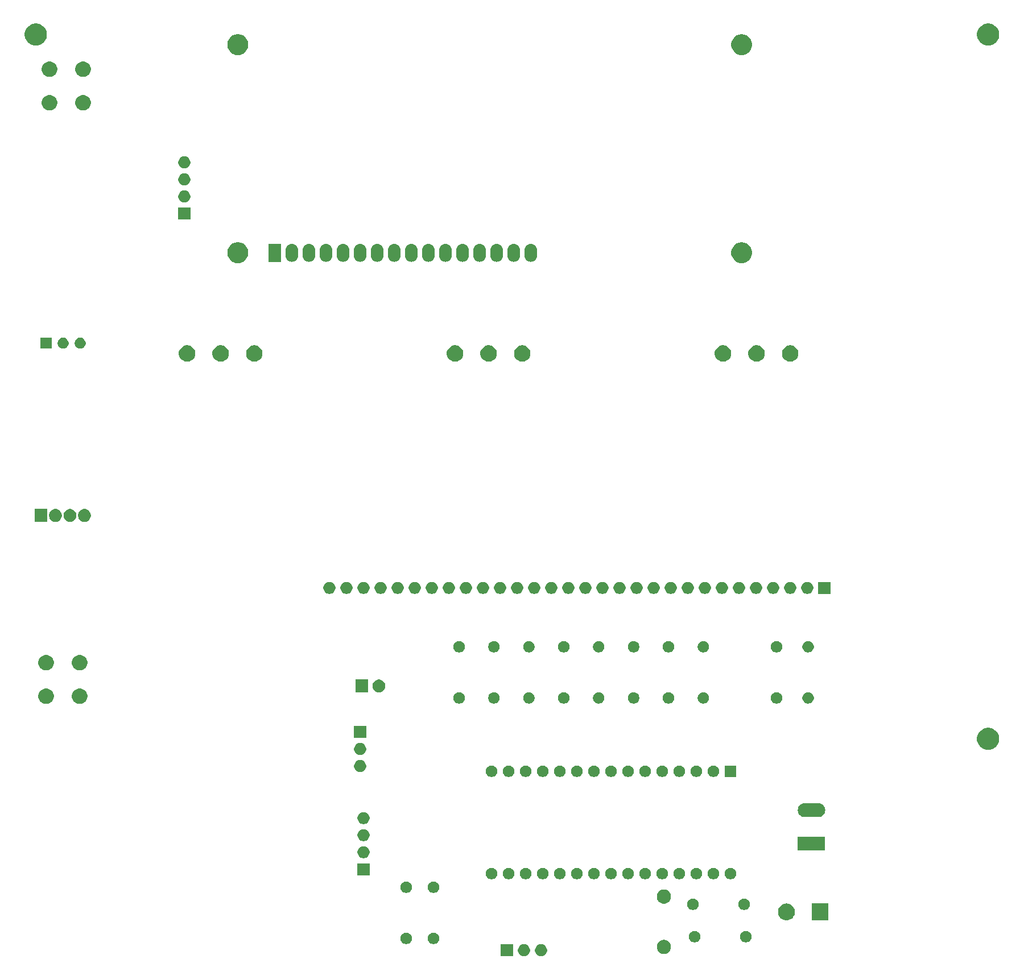
<source format=gbr>
G04 #@! TF.GenerationSoftware,KiCad,Pcbnew,(5.1.5)-3*
G04 #@! TF.CreationDate,2020-04-12T17:29:34+03:00*
G04 #@! TF.ProjectId,respirator-control_rev2,72657370-6972-4617-946f-722d636f6e74,rev?*
G04 #@! TF.SameCoordinates,Original*
G04 #@! TF.FileFunction,Soldermask,Bot*
G04 #@! TF.FilePolarity,Negative*
%FSLAX46Y46*%
G04 Gerber Fmt 4.6, Leading zero omitted, Abs format (unit mm)*
G04 Created by KiCad (PCBNEW (5.1.5)-3) date 2020-04-12 17:29:34*
%MOMM*%
%LPD*%
G04 APERTURE LIST*
%ADD10C,0.100000*%
G04 APERTURE END LIST*
D10*
G36*
X211849512Y-210304927D02*
G01*
X211998812Y-210334624D01*
X212162784Y-210402544D01*
X212310354Y-210501147D01*
X212435853Y-210626646D01*
X212534456Y-210774216D01*
X212602376Y-210938188D01*
X212637000Y-211112259D01*
X212637000Y-211289741D01*
X212602376Y-211463812D01*
X212534456Y-211627784D01*
X212435853Y-211775354D01*
X212310354Y-211900853D01*
X212162784Y-211999456D01*
X211998812Y-212067376D01*
X211849512Y-212097073D01*
X211824742Y-212102000D01*
X211647258Y-212102000D01*
X211622488Y-212097073D01*
X211473188Y-212067376D01*
X211309216Y-211999456D01*
X211161646Y-211900853D01*
X211036147Y-211775354D01*
X210937544Y-211627784D01*
X210869624Y-211463812D01*
X210835000Y-211289741D01*
X210835000Y-211112259D01*
X210869624Y-210938188D01*
X210937544Y-210774216D01*
X211036147Y-210626646D01*
X211161646Y-210501147D01*
X211309216Y-210402544D01*
X211473188Y-210334624D01*
X211622488Y-210304927D01*
X211647258Y-210300000D01*
X211824742Y-210300000D01*
X211849512Y-210304927D01*
G37*
G36*
X207557000Y-212102000D02*
G01*
X205755000Y-212102000D01*
X205755000Y-210300000D01*
X207557000Y-210300000D01*
X207557000Y-212102000D01*
G37*
G36*
X209309512Y-210304927D02*
G01*
X209458812Y-210334624D01*
X209622784Y-210402544D01*
X209770354Y-210501147D01*
X209895853Y-210626646D01*
X209994456Y-210774216D01*
X210062376Y-210938188D01*
X210097000Y-211112259D01*
X210097000Y-211289741D01*
X210062376Y-211463812D01*
X209994456Y-211627784D01*
X209895853Y-211775354D01*
X209770354Y-211900853D01*
X209622784Y-211999456D01*
X209458812Y-212067376D01*
X209309512Y-212097073D01*
X209284742Y-212102000D01*
X209107258Y-212102000D01*
X209082488Y-212097073D01*
X208933188Y-212067376D01*
X208769216Y-211999456D01*
X208621646Y-211900853D01*
X208496147Y-211775354D01*
X208397544Y-211627784D01*
X208329624Y-211463812D01*
X208295000Y-211289741D01*
X208295000Y-211112259D01*
X208329624Y-210938188D01*
X208397544Y-210774216D01*
X208496147Y-210626646D01*
X208621646Y-210501147D01*
X208769216Y-210402544D01*
X208933188Y-210334624D01*
X209082488Y-210304927D01*
X209107258Y-210300000D01*
X209284742Y-210300000D01*
X209309512Y-210304927D01*
G37*
G36*
X230330564Y-209682389D02*
G01*
X230521833Y-209761615D01*
X230521835Y-209761616D01*
X230693973Y-209876635D01*
X230840365Y-210023027D01*
X230943345Y-210177147D01*
X230955385Y-210195167D01*
X231034611Y-210386436D01*
X231075000Y-210589484D01*
X231075000Y-210796516D01*
X231034611Y-210999564D01*
X230987931Y-211112259D01*
X230955384Y-211190835D01*
X230840365Y-211362973D01*
X230693973Y-211509365D01*
X230521835Y-211624384D01*
X230521834Y-211624385D01*
X230521833Y-211624385D01*
X230330564Y-211703611D01*
X230127516Y-211744000D01*
X229920484Y-211744000D01*
X229717436Y-211703611D01*
X229526167Y-211624385D01*
X229526166Y-211624385D01*
X229526165Y-211624384D01*
X229354027Y-211509365D01*
X229207635Y-211362973D01*
X229092616Y-211190835D01*
X229060069Y-211112259D01*
X229013389Y-210999564D01*
X228973000Y-210796516D01*
X228973000Y-210589484D01*
X229013389Y-210386436D01*
X229092615Y-210195167D01*
X229104656Y-210177147D01*
X229207635Y-210023027D01*
X229354027Y-209876635D01*
X229526165Y-209761616D01*
X229526167Y-209761615D01*
X229717436Y-209682389D01*
X229920484Y-209642000D01*
X230127516Y-209642000D01*
X230330564Y-209682389D01*
G37*
G36*
X191918228Y-208604703D02*
G01*
X192073100Y-208668853D01*
X192212481Y-208761985D01*
X192331015Y-208880519D01*
X192424147Y-209019900D01*
X192488297Y-209174772D01*
X192521000Y-209339184D01*
X192521000Y-209506816D01*
X192488297Y-209671228D01*
X192424147Y-209826100D01*
X192331015Y-209965481D01*
X192212481Y-210084015D01*
X192073100Y-210177147D01*
X191918228Y-210241297D01*
X191753816Y-210274000D01*
X191586184Y-210274000D01*
X191421772Y-210241297D01*
X191266900Y-210177147D01*
X191127519Y-210084015D01*
X191008985Y-209965481D01*
X190915853Y-209826100D01*
X190851703Y-209671228D01*
X190819000Y-209506816D01*
X190819000Y-209339184D01*
X190851703Y-209174772D01*
X190915853Y-209019900D01*
X191008985Y-208880519D01*
X191127519Y-208761985D01*
X191266900Y-208668853D01*
X191421772Y-208604703D01*
X191586184Y-208572000D01*
X191753816Y-208572000D01*
X191918228Y-208604703D01*
G37*
G36*
X195982228Y-208604703D02*
G01*
X196137100Y-208668853D01*
X196276481Y-208761985D01*
X196395015Y-208880519D01*
X196488147Y-209019900D01*
X196552297Y-209174772D01*
X196585000Y-209339184D01*
X196585000Y-209506816D01*
X196552297Y-209671228D01*
X196488147Y-209826100D01*
X196395015Y-209965481D01*
X196276481Y-210084015D01*
X196137100Y-210177147D01*
X195982228Y-210241297D01*
X195817816Y-210274000D01*
X195650184Y-210274000D01*
X195485772Y-210241297D01*
X195330900Y-210177147D01*
X195191519Y-210084015D01*
X195072985Y-209965481D01*
X194979853Y-209826100D01*
X194915703Y-209671228D01*
X194883000Y-209506816D01*
X194883000Y-209339184D01*
X194915703Y-209174772D01*
X194979853Y-209019900D01*
X195072985Y-208880519D01*
X195191519Y-208761985D01*
X195330900Y-208668853D01*
X195485772Y-208604703D01*
X195650184Y-208572000D01*
X195817816Y-208572000D01*
X195982228Y-208604703D01*
G37*
G36*
X242464228Y-208350703D02*
G01*
X242619100Y-208414853D01*
X242758481Y-208507985D01*
X242877015Y-208626519D01*
X242970147Y-208765900D01*
X243034297Y-208920772D01*
X243067000Y-209085184D01*
X243067000Y-209252816D01*
X243034297Y-209417228D01*
X242970147Y-209572100D01*
X242877015Y-209711481D01*
X242758481Y-209830015D01*
X242619100Y-209923147D01*
X242464228Y-209987297D01*
X242299816Y-210020000D01*
X242132184Y-210020000D01*
X241967772Y-209987297D01*
X241812900Y-209923147D01*
X241673519Y-209830015D01*
X241554985Y-209711481D01*
X241461853Y-209572100D01*
X241397703Y-209417228D01*
X241365000Y-209252816D01*
X241365000Y-209085184D01*
X241397703Y-208920772D01*
X241461853Y-208765900D01*
X241554985Y-208626519D01*
X241673519Y-208507985D01*
X241812900Y-208414853D01*
X241967772Y-208350703D01*
X242132184Y-208318000D01*
X242299816Y-208318000D01*
X242464228Y-208350703D01*
G37*
G36*
X234844228Y-208350703D02*
G01*
X234999100Y-208414853D01*
X235138481Y-208507985D01*
X235257015Y-208626519D01*
X235350147Y-208765900D01*
X235414297Y-208920772D01*
X235447000Y-209085184D01*
X235447000Y-209252816D01*
X235414297Y-209417228D01*
X235350147Y-209572100D01*
X235257015Y-209711481D01*
X235138481Y-209830015D01*
X234999100Y-209923147D01*
X234844228Y-209987297D01*
X234679816Y-210020000D01*
X234512184Y-210020000D01*
X234347772Y-209987297D01*
X234192900Y-209923147D01*
X234053519Y-209830015D01*
X233934985Y-209711481D01*
X233841853Y-209572100D01*
X233777703Y-209417228D01*
X233745000Y-209252816D01*
X233745000Y-209085184D01*
X233777703Y-208920772D01*
X233841853Y-208765900D01*
X233934985Y-208626519D01*
X234053519Y-208507985D01*
X234192900Y-208414853D01*
X234347772Y-208350703D01*
X234512184Y-208318000D01*
X234679816Y-208318000D01*
X234844228Y-208350703D01*
G37*
G36*
X248509795Y-204259184D02*
G01*
X248629903Y-204283075D01*
X248857571Y-204377378D01*
X249062466Y-204514285D01*
X249236715Y-204688534D01*
X249373622Y-204893429D01*
X249467925Y-205121097D01*
X249516000Y-205362787D01*
X249516000Y-205609213D01*
X249467925Y-205850903D01*
X249373622Y-206078571D01*
X249236715Y-206283466D01*
X249062466Y-206457715D01*
X248857571Y-206594622D01*
X248857570Y-206594623D01*
X248857569Y-206594623D01*
X248629903Y-206688925D01*
X248388214Y-206737000D01*
X248141786Y-206737000D01*
X247900097Y-206688925D01*
X247672431Y-206594623D01*
X247672430Y-206594623D01*
X247672429Y-206594622D01*
X247467534Y-206457715D01*
X247293285Y-206283466D01*
X247156378Y-206078571D01*
X247062075Y-205850903D01*
X247014000Y-205609213D01*
X247014000Y-205362787D01*
X247062075Y-205121097D01*
X247156378Y-204893429D01*
X247293285Y-204688534D01*
X247467534Y-204514285D01*
X247672429Y-204377378D01*
X247900097Y-204283075D01*
X248020205Y-204259184D01*
X248141786Y-204235000D01*
X248388214Y-204235000D01*
X248509795Y-204259184D01*
G37*
G36*
X254516000Y-206737000D02*
G01*
X252014000Y-206737000D01*
X252014000Y-204235000D01*
X254516000Y-204235000D01*
X254516000Y-206737000D01*
G37*
G36*
X242210228Y-203524703D02*
G01*
X242365100Y-203588853D01*
X242504481Y-203681985D01*
X242623015Y-203800519D01*
X242716147Y-203939900D01*
X242780297Y-204094772D01*
X242813000Y-204259184D01*
X242813000Y-204426816D01*
X242780297Y-204591228D01*
X242716147Y-204746100D01*
X242623015Y-204885481D01*
X242504481Y-205004015D01*
X242365100Y-205097147D01*
X242210228Y-205161297D01*
X242045816Y-205194000D01*
X241878184Y-205194000D01*
X241713772Y-205161297D01*
X241558900Y-205097147D01*
X241419519Y-205004015D01*
X241300985Y-204885481D01*
X241207853Y-204746100D01*
X241143703Y-204591228D01*
X241111000Y-204426816D01*
X241111000Y-204259184D01*
X241143703Y-204094772D01*
X241207853Y-203939900D01*
X241300985Y-203800519D01*
X241419519Y-203681985D01*
X241558900Y-203588853D01*
X241713772Y-203524703D01*
X241878184Y-203492000D01*
X242045816Y-203492000D01*
X242210228Y-203524703D01*
G37*
G36*
X234590228Y-203524703D02*
G01*
X234745100Y-203588853D01*
X234884481Y-203681985D01*
X235003015Y-203800519D01*
X235096147Y-203939900D01*
X235160297Y-204094772D01*
X235193000Y-204259184D01*
X235193000Y-204426816D01*
X235160297Y-204591228D01*
X235096147Y-204746100D01*
X235003015Y-204885481D01*
X234884481Y-205004015D01*
X234745100Y-205097147D01*
X234590228Y-205161297D01*
X234425816Y-205194000D01*
X234258184Y-205194000D01*
X234093772Y-205161297D01*
X233938900Y-205097147D01*
X233799519Y-205004015D01*
X233680985Y-204885481D01*
X233587853Y-204746100D01*
X233523703Y-204591228D01*
X233491000Y-204426816D01*
X233491000Y-204259184D01*
X233523703Y-204094772D01*
X233587853Y-203939900D01*
X233680985Y-203800519D01*
X233799519Y-203681985D01*
X233938900Y-203588853D01*
X234093772Y-203524703D01*
X234258184Y-203492000D01*
X234425816Y-203492000D01*
X234590228Y-203524703D01*
G37*
G36*
X230330564Y-202182389D02*
G01*
X230521833Y-202261615D01*
X230521835Y-202261616D01*
X230693973Y-202376635D01*
X230840365Y-202523027D01*
X230906026Y-202621295D01*
X230955385Y-202695167D01*
X231034611Y-202886436D01*
X231075000Y-203089484D01*
X231075000Y-203296516D01*
X231034611Y-203499564D01*
X230997626Y-203588853D01*
X230955384Y-203690835D01*
X230840365Y-203862973D01*
X230693973Y-204009365D01*
X230521835Y-204124384D01*
X230521834Y-204124385D01*
X230521833Y-204124385D01*
X230330564Y-204203611D01*
X230127516Y-204244000D01*
X229920484Y-204244000D01*
X229717436Y-204203611D01*
X229526167Y-204124385D01*
X229526166Y-204124385D01*
X229526165Y-204124384D01*
X229354027Y-204009365D01*
X229207635Y-203862973D01*
X229092616Y-203690835D01*
X229050374Y-203588853D01*
X229013389Y-203499564D01*
X228973000Y-203296516D01*
X228973000Y-203089484D01*
X229013389Y-202886436D01*
X229092615Y-202695167D01*
X229141975Y-202621295D01*
X229207635Y-202523027D01*
X229354027Y-202376635D01*
X229526165Y-202261616D01*
X229526167Y-202261615D01*
X229717436Y-202182389D01*
X229920484Y-202142000D01*
X230127516Y-202142000D01*
X230330564Y-202182389D01*
G37*
G36*
X195982228Y-200984703D02*
G01*
X196137100Y-201048853D01*
X196276481Y-201141985D01*
X196395015Y-201260519D01*
X196488147Y-201399900D01*
X196552297Y-201554772D01*
X196585000Y-201719184D01*
X196585000Y-201886816D01*
X196552297Y-202051228D01*
X196488147Y-202206100D01*
X196395015Y-202345481D01*
X196276481Y-202464015D01*
X196137100Y-202557147D01*
X195982228Y-202621297D01*
X195817816Y-202654000D01*
X195650184Y-202654000D01*
X195485772Y-202621297D01*
X195330900Y-202557147D01*
X195191519Y-202464015D01*
X195072985Y-202345481D01*
X194979853Y-202206100D01*
X194915703Y-202051228D01*
X194883000Y-201886816D01*
X194883000Y-201719184D01*
X194915703Y-201554772D01*
X194979853Y-201399900D01*
X195072985Y-201260519D01*
X195191519Y-201141985D01*
X195330900Y-201048853D01*
X195485772Y-200984703D01*
X195650184Y-200952000D01*
X195817816Y-200952000D01*
X195982228Y-200984703D01*
G37*
G36*
X191918228Y-200984703D02*
G01*
X192073100Y-201048853D01*
X192212481Y-201141985D01*
X192331015Y-201260519D01*
X192424147Y-201399900D01*
X192488297Y-201554772D01*
X192521000Y-201719184D01*
X192521000Y-201886816D01*
X192488297Y-202051228D01*
X192424147Y-202206100D01*
X192331015Y-202345481D01*
X192212481Y-202464015D01*
X192073100Y-202557147D01*
X191918228Y-202621297D01*
X191753816Y-202654000D01*
X191586184Y-202654000D01*
X191421772Y-202621297D01*
X191266900Y-202557147D01*
X191127519Y-202464015D01*
X191008985Y-202345481D01*
X190915853Y-202206100D01*
X190851703Y-202051228D01*
X190819000Y-201886816D01*
X190819000Y-201719184D01*
X190851703Y-201554772D01*
X190915853Y-201399900D01*
X191008985Y-201260519D01*
X191127519Y-201141985D01*
X191266900Y-201048853D01*
X191421772Y-200984703D01*
X191586184Y-200952000D01*
X191753816Y-200952000D01*
X191918228Y-200984703D01*
G37*
G36*
X235098228Y-198952703D02*
G01*
X235253100Y-199016853D01*
X235392481Y-199109985D01*
X235511015Y-199228519D01*
X235604147Y-199367900D01*
X235668297Y-199522772D01*
X235701000Y-199687184D01*
X235701000Y-199854816D01*
X235668297Y-200019228D01*
X235604147Y-200174100D01*
X235511015Y-200313481D01*
X235392481Y-200432015D01*
X235253100Y-200525147D01*
X235098228Y-200589297D01*
X234933816Y-200622000D01*
X234766184Y-200622000D01*
X234601772Y-200589297D01*
X234446900Y-200525147D01*
X234307519Y-200432015D01*
X234188985Y-200313481D01*
X234095853Y-200174100D01*
X234031703Y-200019228D01*
X233999000Y-199854816D01*
X233999000Y-199687184D01*
X234031703Y-199522772D01*
X234095853Y-199367900D01*
X234188985Y-199228519D01*
X234307519Y-199109985D01*
X234446900Y-199016853D01*
X234601772Y-198952703D01*
X234766184Y-198920000D01*
X234933816Y-198920000D01*
X235098228Y-198952703D01*
G37*
G36*
X214778228Y-198952703D02*
G01*
X214933100Y-199016853D01*
X215072481Y-199109985D01*
X215191015Y-199228519D01*
X215284147Y-199367900D01*
X215348297Y-199522772D01*
X215381000Y-199687184D01*
X215381000Y-199854816D01*
X215348297Y-200019228D01*
X215284147Y-200174100D01*
X215191015Y-200313481D01*
X215072481Y-200432015D01*
X214933100Y-200525147D01*
X214778228Y-200589297D01*
X214613816Y-200622000D01*
X214446184Y-200622000D01*
X214281772Y-200589297D01*
X214126900Y-200525147D01*
X213987519Y-200432015D01*
X213868985Y-200313481D01*
X213775853Y-200174100D01*
X213711703Y-200019228D01*
X213679000Y-199854816D01*
X213679000Y-199687184D01*
X213711703Y-199522772D01*
X213775853Y-199367900D01*
X213868985Y-199228519D01*
X213987519Y-199109985D01*
X214126900Y-199016853D01*
X214281772Y-198952703D01*
X214446184Y-198920000D01*
X214613816Y-198920000D01*
X214778228Y-198952703D01*
G37*
G36*
X209698228Y-198952703D02*
G01*
X209853100Y-199016853D01*
X209992481Y-199109985D01*
X210111015Y-199228519D01*
X210204147Y-199367900D01*
X210268297Y-199522772D01*
X210301000Y-199687184D01*
X210301000Y-199854816D01*
X210268297Y-200019228D01*
X210204147Y-200174100D01*
X210111015Y-200313481D01*
X209992481Y-200432015D01*
X209853100Y-200525147D01*
X209698228Y-200589297D01*
X209533816Y-200622000D01*
X209366184Y-200622000D01*
X209201772Y-200589297D01*
X209046900Y-200525147D01*
X208907519Y-200432015D01*
X208788985Y-200313481D01*
X208695853Y-200174100D01*
X208631703Y-200019228D01*
X208599000Y-199854816D01*
X208599000Y-199687184D01*
X208631703Y-199522772D01*
X208695853Y-199367900D01*
X208788985Y-199228519D01*
X208907519Y-199109985D01*
X209046900Y-199016853D01*
X209201772Y-198952703D01*
X209366184Y-198920000D01*
X209533816Y-198920000D01*
X209698228Y-198952703D01*
G37*
G36*
X207158228Y-198952703D02*
G01*
X207313100Y-199016853D01*
X207452481Y-199109985D01*
X207571015Y-199228519D01*
X207664147Y-199367900D01*
X207728297Y-199522772D01*
X207761000Y-199687184D01*
X207761000Y-199854816D01*
X207728297Y-200019228D01*
X207664147Y-200174100D01*
X207571015Y-200313481D01*
X207452481Y-200432015D01*
X207313100Y-200525147D01*
X207158228Y-200589297D01*
X206993816Y-200622000D01*
X206826184Y-200622000D01*
X206661772Y-200589297D01*
X206506900Y-200525147D01*
X206367519Y-200432015D01*
X206248985Y-200313481D01*
X206155853Y-200174100D01*
X206091703Y-200019228D01*
X206059000Y-199854816D01*
X206059000Y-199687184D01*
X206091703Y-199522772D01*
X206155853Y-199367900D01*
X206248985Y-199228519D01*
X206367519Y-199109985D01*
X206506900Y-199016853D01*
X206661772Y-198952703D01*
X206826184Y-198920000D01*
X206993816Y-198920000D01*
X207158228Y-198952703D01*
G37*
G36*
X212238228Y-198952703D02*
G01*
X212393100Y-199016853D01*
X212532481Y-199109985D01*
X212651015Y-199228519D01*
X212744147Y-199367900D01*
X212808297Y-199522772D01*
X212841000Y-199687184D01*
X212841000Y-199854816D01*
X212808297Y-200019228D01*
X212744147Y-200174100D01*
X212651015Y-200313481D01*
X212532481Y-200432015D01*
X212393100Y-200525147D01*
X212238228Y-200589297D01*
X212073816Y-200622000D01*
X211906184Y-200622000D01*
X211741772Y-200589297D01*
X211586900Y-200525147D01*
X211447519Y-200432015D01*
X211328985Y-200313481D01*
X211235853Y-200174100D01*
X211171703Y-200019228D01*
X211139000Y-199854816D01*
X211139000Y-199687184D01*
X211171703Y-199522772D01*
X211235853Y-199367900D01*
X211328985Y-199228519D01*
X211447519Y-199109985D01*
X211586900Y-199016853D01*
X211741772Y-198952703D01*
X211906184Y-198920000D01*
X212073816Y-198920000D01*
X212238228Y-198952703D01*
G37*
G36*
X219858228Y-198952703D02*
G01*
X220013100Y-199016853D01*
X220152481Y-199109985D01*
X220271015Y-199228519D01*
X220364147Y-199367900D01*
X220428297Y-199522772D01*
X220461000Y-199687184D01*
X220461000Y-199854816D01*
X220428297Y-200019228D01*
X220364147Y-200174100D01*
X220271015Y-200313481D01*
X220152481Y-200432015D01*
X220013100Y-200525147D01*
X219858228Y-200589297D01*
X219693816Y-200622000D01*
X219526184Y-200622000D01*
X219361772Y-200589297D01*
X219206900Y-200525147D01*
X219067519Y-200432015D01*
X218948985Y-200313481D01*
X218855853Y-200174100D01*
X218791703Y-200019228D01*
X218759000Y-199854816D01*
X218759000Y-199687184D01*
X218791703Y-199522772D01*
X218855853Y-199367900D01*
X218948985Y-199228519D01*
X219067519Y-199109985D01*
X219206900Y-199016853D01*
X219361772Y-198952703D01*
X219526184Y-198920000D01*
X219693816Y-198920000D01*
X219858228Y-198952703D01*
G37*
G36*
X222398228Y-198952703D02*
G01*
X222553100Y-199016853D01*
X222692481Y-199109985D01*
X222811015Y-199228519D01*
X222904147Y-199367900D01*
X222968297Y-199522772D01*
X223001000Y-199687184D01*
X223001000Y-199854816D01*
X222968297Y-200019228D01*
X222904147Y-200174100D01*
X222811015Y-200313481D01*
X222692481Y-200432015D01*
X222553100Y-200525147D01*
X222398228Y-200589297D01*
X222233816Y-200622000D01*
X222066184Y-200622000D01*
X221901772Y-200589297D01*
X221746900Y-200525147D01*
X221607519Y-200432015D01*
X221488985Y-200313481D01*
X221395853Y-200174100D01*
X221331703Y-200019228D01*
X221299000Y-199854816D01*
X221299000Y-199687184D01*
X221331703Y-199522772D01*
X221395853Y-199367900D01*
X221488985Y-199228519D01*
X221607519Y-199109985D01*
X221746900Y-199016853D01*
X221901772Y-198952703D01*
X222066184Y-198920000D01*
X222233816Y-198920000D01*
X222398228Y-198952703D01*
G37*
G36*
X237638228Y-198952703D02*
G01*
X237793100Y-199016853D01*
X237932481Y-199109985D01*
X238051015Y-199228519D01*
X238144147Y-199367900D01*
X238208297Y-199522772D01*
X238241000Y-199687184D01*
X238241000Y-199854816D01*
X238208297Y-200019228D01*
X238144147Y-200174100D01*
X238051015Y-200313481D01*
X237932481Y-200432015D01*
X237793100Y-200525147D01*
X237638228Y-200589297D01*
X237473816Y-200622000D01*
X237306184Y-200622000D01*
X237141772Y-200589297D01*
X236986900Y-200525147D01*
X236847519Y-200432015D01*
X236728985Y-200313481D01*
X236635853Y-200174100D01*
X236571703Y-200019228D01*
X236539000Y-199854816D01*
X236539000Y-199687184D01*
X236571703Y-199522772D01*
X236635853Y-199367900D01*
X236728985Y-199228519D01*
X236847519Y-199109985D01*
X236986900Y-199016853D01*
X237141772Y-198952703D01*
X237306184Y-198920000D01*
X237473816Y-198920000D01*
X237638228Y-198952703D01*
G37*
G36*
X224938228Y-198952703D02*
G01*
X225093100Y-199016853D01*
X225232481Y-199109985D01*
X225351015Y-199228519D01*
X225444147Y-199367900D01*
X225508297Y-199522772D01*
X225541000Y-199687184D01*
X225541000Y-199854816D01*
X225508297Y-200019228D01*
X225444147Y-200174100D01*
X225351015Y-200313481D01*
X225232481Y-200432015D01*
X225093100Y-200525147D01*
X224938228Y-200589297D01*
X224773816Y-200622000D01*
X224606184Y-200622000D01*
X224441772Y-200589297D01*
X224286900Y-200525147D01*
X224147519Y-200432015D01*
X224028985Y-200313481D01*
X223935853Y-200174100D01*
X223871703Y-200019228D01*
X223839000Y-199854816D01*
X223839000Y-199687184D01*
X223871703Y-199522772D01*
X223935853Y-199367900D01*
X224028985Y-199228519D01*
X224147519Y-199109985D01*
X224286900Y-199016853D01*
X224441772Y-198952703D01*
X224606184Y-198920000D01*
X224773816Y-198920000D01*
X224938228Y-198952703D01*
G37*
G36*
X240178228Y-198952703D02*
G01*
X240333100Y-199016853D01*
X240472481Y-199109985D01*
X240591015Y-199228519D01*
X240684147Y-199367900D01*
X240748297Y-199522772D01*
X240781000Y-199687184D01*
X240781000Y-199854816D01*
X240748297Y-200019228D01*
X240684147Y-200174100D01*
X240591015Y-200313481D01*
X240472481Y-200432015D01*
X240333100Y-200525147D01*
X240178228Y-200589297D01*
X240013816Y-200622000D01*
X239846184Y-200622000D01*
X239681772Y-200589297D01*
X239526900Y-200525147D01*
X239387519Y-200432015D01*
X239268985Y-200313481D01*
X239175853Y-200174100D01*
X239111703Y-200019228D01*
X239079000Y-199854816D01*
X239079000Y-199687184D01*
X239111703Y-199522772D01*
X239175853Y-199367900D01*
X239268985Y-199228519D01*
X239387519Y-199109985D01*
X239526900Y-199016853D01*
X239681772Y-198952703D01*
X239846184Y-198920000D01*
X240013816Y-198920000D01*
X240178228Y-198952703D01*
G37*
G36*
X204618228Y-198952703D02*
G01*
X204773100Y-199016853D01*
X204912481Y-199109985D01*
X205031015Y-199228519D01*
X205124147Y-199367900D01*
X205188297Y-199522772D01*
X205221000Y-199687184D01*
X205221000Y-199854816D01*
X205188297Y-200019228D01*
X205124147Y-200174100D01*
X205031015Y-200313481D01*
X204912481Y-200432015D01*
X204773100Y-200525147D01*
X204618228Y-200589297D01*
X204453816Y-200622000D01*
X204286184Y-200622000D01*
X204121772Y-200589297D01*
X203966900Y-200525147D01*
X203827519Y-200432015D01*
X203708985Y-200313481D01*
X203615853Y-200174100D01*
X203551703Y-200019228D01*
X203519000Y-199854816D01*
X203519000Y-199687184D01*
X203551703Y-199522772D01*
X203615853Y-199367900D01*
X203708985Y-199228519D01*
X203827519Y-199109985D01*
X203966900Y-199016853D01*
X204121772Y-198952703D01*
X204286184Y-198920000D01*
X204453816Y-198920000D01*
X204618228Y-198952703D01*
G37*
G36*
X217318228Y-198952703D02*
G01*
X217473100Y-199016853D01*
X217612481Y-199109985D01*
X217731015Y-199228519D01*
X217824147Y-199367900D01*
X217888297Y-199522772D01*
X217921000Y-199687184D01*
X217921000Y-199854816D01*
X217888297Y-200019228D01*
X217824147Y-200174100D01*
X217731015Y-200313481D01*
X217612481Y-200432015D01*
X217473100Y-200525147D01*
X217318228Y-200589297D01*
X217153816Y-200622000D01*
X216986184Y-200622000D01*
X216821772Y-200589297D01*
X216666900Y-200525147D01*
X216527519Y-200432015D01*
X216408985Y-200313481D01*
X216315853Y-200174100D01*
X216251703Y-200019228D01*
X216219000Y-199854816D01*
X216219000Y-199687184D01*
X216251703Y-199522772D01*
X216315853Y-199367900D01*
X216408985Y-199228519D01*
X216527519Y-199109985D01*
X216666900Y-199016853D01*
X216821772Y-198952703D01*
X216986184Y-198920000D01*
X217153816Y-198920000D01*
X217318228Y-198952703D01*
G37*
G36*
X232558228Y-198952703D02*
G01*
X232713100Y-199016853D01*
X232852481Y-199109985D01*
X232971015Y-199228519D01*
X233064147Y-199367900D01*
X233128297Y-199522772D01*
X233161000Y-199687184D01*
X233161000Y-199854816D01*
X233128297Y-200019228D01*
X233064147Y-200174100D01*
X232971015Y-200313481D01*
X232852481Y-200432015D01*
X232713100Y-200525147D01*
X232558228Y-200589297D01*
X232393816Y-200622000D01*
X232226184Y-200622000D01*
X232061772Y-200589297D01*
X231906900Y-200525147D01*
X231767519Y-200432015D01*
X231648985Y-200313481D01*
X231555853Y-200174100D01*
X231491703Y-200019228D01*
X231459000Y-199854816D01*
X231459000Y-199687184D01*
X231491703Y-199522772D01*
X231555853Y-199367900D01*
X231648985Y-199228519D01*
X231767519Y-199109985D01*
X231906900Y-199016853D01*
X232061772Y-198952703D01*
X232226184Y-198920000D01*
X232393816Y-198920000D01*
X232558228Y-198952703D01*
G37*
G36*
X230018228Y-198952703D02*
G01*
X230173100Y-199016853D01*
X230312481Y-199109985D01*
X230431015Y-199228519D01*
X230524147Y-199367900D01*
X230588297Y-199522772D01*
X230621000Y-199687184D01*
X230621000Y-199854816D01*
X230588297Y-200019228D01*
X230524147Y-200174100D01*
X230431015Y-200313481D01*
X230312481Y-200432015D01*
X230173100Y-200525147D01*
X230018228Y-200589297D01*
X229853816Y-200622000D01*
X229686184Y-200622000D01*
X229521772Y-200589297D01*
X229366900Y-200525147D01*
X229227519Y-200432015D01*
X229108985Y-200313481D01*
X229015853Y-200174100D01*
X228951703Y-200019228D01*
X228919000Y-199854816D01*
X228919000Y-199687184D01*
X228951703Y-199522772D01*
X229015853Y-199367900D01*
X229108985Y-199228519D01*
X229227519Y-199109985D01*
X229366900Y-199016853D01*
X229521772Y-198952703D01*
X229686184Y-198920000D01*
X229853816Y-198920000D01*
X230018228Y-198952703D01*
G37*
G36*
X227478228Y-198952703D02*
G01*
X227633100Y-199016853D01*
X227772481Y-199109985D01*
X227891015Y-199228519D01*
X227984147Y-199367900D01*
X228048297Y-199522772D01*
X228081000Y-199687184D01*
X228081000Y-199854816D01*
X228048297Y-200019228D01*
X227984147Y-200174100D01*
X227891015Y-200313481D01*
X227772481Y-200432015D01*
X227633100Y-200525147D01*
X227478228Y-200589297D01*
X227313816Y-200622000D01*
X227146184Y-200622000D01*
X226981772Y-200589297D01*
X226826900Y-200525147D01*
X226687519Y-200432015D01*
X226568985Y-200313481D01*
X226475853Y-200174100D01*
X226411703Y-200019228D01*
X226379000Y-199854816D01*
X226379000Y-199687184D01*
X226411703Y-199522772D01*
X226475853Y-199367900D01*
X226568985Y-199228519D01*
X226687519Y-199109985D01*
X226826900Y-199016853D01*
X226981772Y-198952703D01*
X227146184Y-198920000D01*
X227313816Y-198920000D01*
X227478228Y-198952703D01*
G37*
G36*
X186221000Y-200037000D02*
G01*
X184419000Y-200037000D01*
X184419000Y-198235000D01*
X186221000Y-198235000D01*
X186221000Y-200037000D01*
G37*
G36*
X185433512Y-195699927D02*
G01*
X185582812Y-195729624D01*
X185746784Y-195797544D01*
X185894354Y-195896147D01*
X186019853Y-196021646D01*
X186118456Y-196169216D01*
X186186376Y-196333188D01*
X186221000Y-196507259D01*
X186221000Y-196684741D01*
X186186376Y-196858812D01*
X186118456Y-197022784D01*
X186019853Y-197170354D01*
X185894354Y-197295853D01*
X185746784Y-197394456D01*
X185582812Y-197462376D01*
X185433512Y-197492073D01*
X185408742Y-197497000D01*
X185231258Y-197497000D01*
X185206488Y-197492073D01*
X185057188Y-197462376D01*
X184893216Y-197394456D01*
X184745646Y-197295853D01*
X184620147Y-197170354D01*
X184521544Y-197022784D01*
X184453624Y-196858812D01*
X184419000Y-196684741D01*
X184419000Y-196507259D01*
X184453624Y-196333188D01*
X184521544Y-196169216D01*
X184620147Y-196021646D01*
X184745646Y-195896147D01*
X184893216Y-195797544D01*
X185057188Y-195729624D01*
X185206488Y-195699927D01*
X185231258Y-195695000D01*
X185408742Y-195695000D01*
X185433512Y-195699927D01*
G37*
G36*
X254026000Y-196367000D02*
G01*
X249964000Y-196367000D01*
X249964000Y-194285000D01*
X254026000Y-194285000D01*
X254026000Y-196367000D01*
G37*
G36*
X185433512Y-193159927D02*
G01*
X185582812Y-193189624D01*
X185746784Y-193257544D01*
X185894354Y-193356147D01*
X186019853Y-193481646D01*
X186118456Y-193629216D01*
X186186376Y-193793188D01*
X186221000Y-193967259D01*
X186221000Y-194144741D01*
X186186376Y-194318812D01*
X186118456Y-194482784D01*
X186019853Y-194630354D01*
X185894354Y-194755853D01*
X185746784Y-194854456D01*
X185582812Y-194922376D01*
X185433512Y-194952073D01*
X185408742Y-194957000D01*
X185231258Y-194957000D01*
X185206488Y-194952073D01*
X185057188Y-194922376D01*
X184893216Y-194854456D01*
X184745646Y-194755853D01*
X184620147Y-194630354D01*
X184521544Y-194482784D01*
X184453624Y-194318812D01*
X184419000Y-194144741D01*
X184419000Y-193967259D01*
X184453624Y-193793188D01*
X184521544Y-193629216D01*
X184620147Y-193481646D01*
X184745646Y-193356147D01*
X184893216Y-193257544D01*
X185057188Y-193189624D01*
X185206488Y-193159927D01*
X185231258Y-193155000D01*
X185408742Y-193155000D01*
X185433512Y-193159927D01*
G37*
G36*
X185433512Y-190619927D02*
G01*
X185582812Y-190649624D01*
X185746784Y-190717544D01*
X185894354Y-190816147D01*
X186019853Y-190941646D01*
X186118456Y-191089216D01*
X186186376Y-191253188D01*
X186221000Y-191427259D01*
X186221000Y-191604741D01*
X186186376Y-191778812D01*
X186118456Y-191942784D01*
X186019853Y-192090354D01*
X185894354Y-192215853D01*
X185746784Y-192314456D01*
X185582812Y-192382376D01*
X185433512Y-192412073D01*
X185408742Y-192417000D01*
X185231258Y-192417000D01*
X185206488Y-192412073D01*
X185057188Y-192382376D01*
X184893216Y-192314456D01*
X184745646Y-192215853D01*
X184620147Y-192090354D01*
X184521544Y-191942784D01*
X184453624Y-191778812D01*
X184419000Y-191604741D01*
X184419000Y-191427259D01*
X184453624Y-191253188D01*
X184521544Y-191089216D01*
X184620147Y-190941646D01*
X184745646Y-190816147D01*
X184893216Y-190717544D01*
X185057188Y-190649624D01*
X185206488Y-190619927D01*
X185231258Y-190615000D01*
X185408742Y-190615000D01*
X185433512Y-190619927D01*
G37*
G36*
X253087112Y-189290021D02*
G01*
X253189072Y-189300063D01*
X253385301Y-189359589D01*
X253385303Y-189359590D01*
X253566145Y-189456252D01*
X253724660Y-189586340D01*
X253854747Y-189744854D01*
X253951411Y-189925699D01*
X254010937Y-190121928D01*
X254031036Y-190326000D01*
X254010937Y-190530072D01*
X253954067Y-190717544D01*
X253951410Y-190726303D01*
X253854748Y-190907145D01*
X253724660Y-191065660D01*
X253566145Y-191195748D01*
X253458682Y-191253188D01*
X253385301Y-191292411D01*
X253189072Y-191351937D01*
X253087112Y-191361979D01*
X253036133Y-191367000D01*
X250953867Y-191367000D01*
X250902888Y-191361979D01*
X250800928Y-191351937D01*
X250604699Y-191292411D01*
X250531318Y-191253188D01*
X250423855Y-191195748D01*
X250265340Y-191065660D01*
X250135252Y-190907145D01*
X250038590Y-190726303D01*
X250035933Y-190717544D01*
X249979063Y-190530072D01*
X249958964Y-190326000D01*
X249979063Y-190121928D01*
X250038589Y-189925699D01*
X250135253Y-189744854D01*
X250265340Y-189586340D01*
X250423855Y-189456252D01*
X250604697Y-189359590D01*
X250604699Y-189359589D01*
X250800928Y-189300063D01*
X250902888Y-189290021D01*
X250953867Y-189285000D01*
X253036133Y-189285000D01*
X253087112Y-189290021D01*
G37*
G36*
X209698228Y-183712703D02*
G01*
X209853100Y-183776853D01*
X209992481Y-183869985D01*
X210111015Y-183988519D01*
X210204147Y-184127900D01*
X210268297Y-184282772D01*
X210301000Y-184447184D01*
X210301000Y-184614816D01*
X210268297Y-184779228D01*
X210204147Y-184934100D01*
X210111015Y-185073481D01*
X209992481Y-185192015D01*
X209853100Y-185285147D01*
X209698228Y-185349297D01*
X209533816Y-185382000D01*
X209366184Y-185382000D01*
X209201772Y-185349297D01*
X209046900Y-185285147D01*
X208907519Y-185192015D01*
X208788985Y-185073481D01*
X208695853Y-184934100D01*
X208631703Y-184779228D01*
X208599000Y-184614816D01*
X208599000Y-184447184D01*
X208631703Y-184282772D01*
X208695853Y-184127900D01*
X208788985Y-183988519D01*
X208907519Y-183869985D01*
X209046900Y-183776853D01*
X209201772Y-183712703D01*
X209366184Y-183680000D01*
X209533816Y-183680000D01*
X209698228Y-183712703D01*
G37*
G36*
X204618228Y-183712703D02*
G01*
X204773100Y-183776853D01*
X204912481Y-183869985D01*
X205031015Y-183988519D01*
X205124147Y-184127900D01*
X205188297Y-184282772D01*
X205221000Y-184447184D01*
X205221000Y-184614816D01*
X205188297Y-184779228D01*
X205124147Y-184934100D01*
X205031015Y-185073481D01*
X204912481Y-185192015D01*
X204773100Y-185285147D01*
X204618228Y-185349297D01*
X204453816Y-185382000D01*
X204286184Y-185382000D01*
X204121772Y-185349297D01*
X203966900Y-185285147D01*
X203827519Y-185192015D01*
X203708985Y-185073481D01*
X203615853Y-184934100D01*
X203551703Y-184779228D01*
X203519000Y-184614816D01*
X203519000Y-184447184D01*
X203551703Y-184282772D01*
X203615853Y-184127900D01*
X203708985Y-183988519D01*
X203827519Y-183869985D01*
X203966900Y-183776853D01*
X204121772Y-183712703D01*
X204286184Y-183680000D01*
X204453816Y-183680000D01*
X204618228Y-183712703D01*
G37*
G36*
X207158228Y-183712703D02*
G01*
X207313100Y-183776853D01*
X207452481Y-183869985D01*
X207571015Y-183988519D01*
X207664147Y-184127900D01*
X207728297Y-184282772D01*
X207761000Y-184447184D01*
X207761000Y-184614816D01*
X207728297Y-184779228D01*
X207664147Y-184934100D01*
X207571015Y-185073481D01*
X207452481Y-185192015D01*
X207313100Y-185285147D01*
X207158228Y-185349297D01*
X206993816Y-185382000D01*
X206826184Y-185382000D01*
X206661772Y-185349297D01*
X206506900Y-185285147D01*
X206367519Y-185192015D01*
X206248985Y-185073481D01*
X206155853Y-184934100D01*
X206091703Y-184779228D01*
X206059000Y-184614816D01*
X206059000Y-184447184D01*
X206091703Y-184282772D01*
X206155853Y-184127900D01*
X206248985Y-183988519D01*
X206367519Y-183869985D01*
X206506900Y-183776853D01*
X206661772Y-183712703D01*
X206826184Y-183680000D01*
X206993816Y-183680000D01*
X207158228Y-183712703D01*
G37*
G36*
X222398228Y-183712703D02*
G01*
X222553100Y-183776853D01*
X222692481Y-183869985D01*
X222811015Y-183988519D01*
X222904147Y-184127900D01*
X222968297Y-184282772D01*
X223001000Y-184447184D01*
X223001000Y-184614816D01*
X222968297Y-184779228D01*
X222904147Y-184934100D01*
X222811015Y-185073481D01*
X222692481Y-185192015D01*
X222553100Y-185285147D01*
X222398228Y-185349297D01*
X222233816Y-185382000D01*
X222066184Y-185382000D01*
X221901772Y-185349297D01*
X221746900Y-185285147D01*
X221607519Y-185192015D01*
X221488985Y-185073481D01*
X221395853Y-184934100D01*
X221331703Y-184779228D01*
X221299000Y-184614816D01*
X221299000Y-184447184D01*
X221331703Y-184282772D01*
X221395853Y-184127900D01*
X221488985Y-183988519D01*
X221607519Y-183869985D01*
X221746900Y-183776853D01*
X221901772Y-183712703D01*
X222066184Y-183680000D01*
X222233816Y-183680000D01*
X222398228Y-183712703D01*
G37*
G36*
X219858228Y-183712703D02*
G01*
X220013100Y-183776853D01*
X220152481Y-183869985D01*
X220271015Y-183988519D01*
X220364147Y-184127900D01*
X220428297Y-184282772D01*
X220461000Y-184447184D01*
X220461000Y-184614816D01*
X220428297Y-184779228D01*
X220364147Y-184934100D01*
X220271015Y-185073481D01*
X220152481Y-185192015D01*
X220013100Y-185285147D01*
X219858228Y-185349297D01*
X219693816Y-185382000D01*
X219526184Y-185382000D01*
X219361772Y-185349297D01*
X219206900Y-185285147D01*
X219067519Y-185192015D01*
X218948985Y-185073481D01*
X218855853Y-184934100D01*
X218791703Y-184779228D01*
X218759000Y-184614816D01*
X218759000Y-184447184D01*
X218791703Y-184282772D01*
X218855853Y-184127900D01*
X218948985Y-183988519D01*
X219067519Y-183869985D01*
X219206900Y-183776853D01*
X219361772Y-183712703D01*
X219526184Y-183680000D01*
X219693816Y-183680000D01*
X219858228Y-183712703D01*
G37*
G36*
X217318228Y-183712703D02*
G01*
X217473100Y-183776853D01*
X217612481Y-183869985D01*
X217731015Y-183988519D01*
X217824147Y-184127900D01*
X217888297Y-184282772D01*
X217921000Y-184447184D01*
X217921000Y-184614816D01*
X217888297Y-184779228D01*
X217824147Y-184934100D01*
X217731015Y-185073481D01*
X217612481Y-185192015D01*
X217473100Y-185285147D01*
X217318228Y-185349297D01*
X217153816Y-185382000D01*
X216986184Y-185382000D01*
X216821772Y-185349297D01*
X216666900Y-185285147D01*
X216527519Y-185192015D01*
X216408985Y-185073481D01*
X216315853Y-184934100D01*
X216251703Y-184779228D01*
X216219000Y-184614816D01*
X216219000Y-184447184D01*
X216251703Y-184282772D01*
X216315853Y-184127900D01*
X216408985Y-183988519D01*
X216527519Y-183869985D01*
X216666900Y-183776853D01*
X216821772Y-183712703D01*
X216986184Y-183680000D01*
X217153816Y-183680000D01*
X217318228Y-183712703D01*
G37*
G36*
X214778228Y-183712703D02*
G01*
X214933100Y-183776853D01*
X215072481Y-183869985D01*
X215191015Y-183988519D01*
X215284147Y-184127900D01*
X215348297Y-184282772D01*
X215381000Y-184447184D01*
X215381000Y-184614816D01*
X215348297Y-184779228D01*
X215284147Y-184934100D01*
X215191015Y-185073481D01*
X215072481Y-185192015D01*
X214933100Y-185285147D01*
X214778228Y-185349297D01*
X214613816Y-185382000D01*
X214446184Y-185382000D01*
X214281772Y-185349297D01*
X214126900Y-185285147D01*
X213987519Y-185192015D01*
X213868985Y-185073481D01*
X213775853Y-184934100D01*
X213711703Y-184779228D01*
X213679000Y-184614816D01*
X213679000Y-184447184D01*
X213711703Y-184282772D01*
X213775853Y-184127900D01*
X213868985Y-183988519D01*
X213987519Y-183869985D01*
X214126900Y-183776853D01*
X214281772Y-183712703D01*
X214446184Y-183680000D01*
X214613816Y-183680000D01*
X214778228Y-183712703D01*
G37*
G36*
X227478228Y-183712703D02*
G01*
X227633100Y-183776853D01*
X227772481Y-183869985D01*
X227891015Y-183988519D01*
X227984147Y-184127900D01*
X228048297Y-184282772D01*
X228081000Y-184447184D01*
X228081000Y-184614816D01*
X228048297Y-184779228D01*
X227984147Y-184934100D01*
X227891015Y-185073481D01*
X227772481Y-185192015D01*
X227633100Y-185285147D01*
X227478228Y-185349297D01*
X227313816Y-185382000D01*
X227146184Y-185382000D01*
X226981772Y-185349297D01*
X226826900Y-185285147D01*
X226687519Y-185192015D01*
X226568985Y-185073481D01*
X226475853Y-184934100D01*
X226411703Y-184779228D01*
X226379000Y-184614816D01*
X226379000Y-184447184D01*
X226411703Y-184282772D01*
X226475853Y-184127900D01*
X226568985Y-183988519D01*
X226687519Y-183869985D01*
X226826900Y-183776853D01*
X226981772Y-183712703D01*
X227146184Y-183680000D01*
X227313816Y-183680000D01*
X227478228Y-183712703D01*
G37*
G36*
X224938228Y-183712703D02*
G01*
X225093100Y-183776853D01*
X225232481Y-183869985D01*
X225351015Y-183988519D01*
X225444147Y-184127900D01*
X225508297Y-184282772D01*
X225541000Y-184447184D01*
X225541000Y-184614816D01*
X225508297Y-184779228D01*
X225444147Y-184934100D01*
X225351015Y-185073481D01*
X225232481Y-185192015D01*
X225093100Y-185285147D01*
X224938228Y-185349297D01*
X224773816Y-185382000D01*
X224606184Y-185382000D01*
X224441772Y-185349297D01*
X224286900Y-185285147D01*
X224147519Y-185192015D01*
X224028985Y-185073481D01*
X223935853Y-184934100D01*
X223871703Y-184779228D01*
X223839000Y-184614816D01*
X223839000Y-184447184D01*
X223871703Y-184282772D01*
X223935853Y-184127900D01*
X224028985Y-183988519D01*
X224147519Y-183869985D01*
X224286900Y-183776853D01*
X224441772Y-183712703D01*
X224606184Y-183680000D01*
X224773816Y-183680000D01*
X224938228Y-183712703D01*
G37*
G36*
X232558228Y-183712703D02*
G01*
X232713100Y-183776853D01*
X232852481Y-183869985D01*
X232971015Y-183988519D01*
X233064147Y-184127900D01*
X233128297Y-184282772D01*
X233161000Y-184447184D01*
X233161000Y-184614816D01*
X233128297Y-184779228D01*
X233064147Y-184934100D01*
X232971015Y-185073481D01*
X232852481Y-185192015D01*
X232713100Y-185285147D01*
X232558228Y-185349297D01*
X232393816Y-185382000D01*
X232226184Y-185382000D01*
X232061772Y-185349297D01*
X231906900Y-185285147D01*
X231767519Y-185192015D01*
X231648985Y-185073481D01*
X231555853Y-184934100D01*
X231491703Y-184779228D01*
X231459000Y-184614816D01*
X231459000Y-184447184D01*
X231491703Y-184282772D01*
X231555853Y-184127900D01*
X231648985Y-183988519D01*
X231767519Y-183869985D01*
X231906900Y-183776853D01*
X232061772Y-183712703D01*
X232226184Y-183680000D01*
X232393816Y-183680000D01*
X232558228Y-183712703D01*
G37*
G36*
X240781000Y-185382000D02*
G01*
X239079000Y-185382000D01*
X239079000Y-183680000D01*
X240781000Y-183680000D01*
X240781000Y-185382000D01*
G37*
G36*
X235098228Y-183712703D02*
G01*
X235253100Y-183776853D01*
X235392481Y-183869985D01*
X235511015Y-183988519D01*
X235604147Y-184127900D01*
X235668297Y-184282772D01*
X235701000Y-184447184D01*
X235701000Y-184614816D01*
X235668297Y-184779228D01*
X235604147Y-184934100D01*
X235511015Y-185073481D01*
X235392481Y-185192015D01*
X235253100Y-185285147D01*
X235098228Y-185349297D01*
X234933816Y-185382000D01*
X234766184Y-185382000D01*
X234601772Y-185349297D01*
X234446900Y-185285147D01*
X234307519Y-185192015D01*
X234188985Y-185073481D01*
X234095853Y-184934100D01*
X234031703Y-184779228D01*
X233999000Y-184614816D01*
X233999000Y-184447184D01*
X234031703Y-184282772D01*
X234095853Y-184127900D01*
X234188985Y-183988519D01*
X234307519Y-183869985D01*
X234446900Y-183776853D01*
X234601772Y-183712703D01*
X234766184Y-183680000D01*
X234933816Y-183680000D01*
X235098228Y-183712703D01*
G37*
G36*
X230018228Y-183712703D02*
G01*
X230173100Y-183776853D01*
X230312481Y-183869985D01*
X230431015Y-183988519D01*
X230524147Y-184127900D01*
X230588297Y-184282772D01*
X230621000Y-184447184D01*
X230621000Y-184614816D01*
X230588297Y-184779228D01*
X230524147Y-184934100D01*
X230431015Y-185073481D01*
X230312481Y-185192015D01*
X230173100Y-185285147D01*
X230018228Y-185349297D01*
X229853816Y-185382000D01*
X229686184Y-185382000D01*
X229521772Y-185349297D01*
X229366900Y-185285147D01*
X229227519Y-185192015D01*
X229108985Y-185073481D01*
X229015853Y-184934100D01*
X228951703Y-184779228D01*
X228919000Y-184614816D01*
X228919000Y-184447184D01*
X228951703Y-184282772D01*
X229015853Y-184127900D01*
X229108985Y-183988519D01*
X229227519Y-183869985D01*
X229366900Y-183776853D01*
X229521772Y-183712703D01*
X229686184Y-183680000D01*
X229853816Y-183680000D01*
X230018228Y-183712703D01*
G37*
G36*
X237638228Y-183712703D02*
G01*
X237793100Y-183776853D01*
X237932481Y-183869985D01*
X238051015Y-183988519D01*
X238144147Y-184127900D01*
X238208297Y-184282772D01*
X238241000Y-184447184D01*
X238241000Y-184614816D01*
X238208297Y-184779228D01*
X238144147Y-184934100D01*
X238051015Y-185073481D01*
X237932481Y-185192015D01*
X237793100Y-185285147D01*
X237638228Y-185349297D01*
X237473816Y-185382000D01*
X237306184Y-185382000D01*
X237141772Y-185349297D01*
X236986900Y-185285147D01*
X236847519Y-185192015D01*
X236728985Y-185073481D01*
X236635853Y-184934100D01*
X236571703Y-184779228D01*
X236539000Y-184614816D01*
X236539000Y-184447184D01*
X236571703Y-184282772D01*
X236635853Y-184127900D01*
X236728985Y-183988519D01*
X236847519Y-183869985D01*
X236986900Y-183776853D01*
X237141772Y-183712703D01*
X237306184Y-183680000D01*
X237473816Y-183680000D01*
X237638228Y-183712703D01*
G37*
G36*
X212238228Y-183712703D02*
G01*
X212393100Y-183776853D01*
X212532481Y-183869985D01*
X212651015Y-183988519D01*
X212744147Y-184127900D01*
X212808297Y-184282772D01*
X212841000Y-184447184D01*
X212841000Y-184614816D01*
X212808297Y-184779228D01*
X212744147Y-184934100D01*
X212651015Y-185073481D01*
X212532481Y-185192015D01*
X212393100Y-185285147D01*
X212238228Y-185349297D01*
X212073816Y-185382000D01*
X211906184Y-185382000D01*
X211741772Y-185349297D01*
X211586900Y-185285147D01*
X211447519Y-185192015D01*
X211328985Y-185073481D01*
X211235853Y-184934100D01*
X211171703Y-184779228D01*
X211139000Y-184614816D01*
X211139000Y-184447184D01*
X211171703Y-184282772D01*
X211235853Y-184127900D01*
X211328985Y-183988519D01*
X211447519Y-183869985D01*
X211586900Y-183776853D01*
X211741772Y-183712703D01*
X211906184Y-183680000D01*
X212073816Y-183680000D01*
X212238228Y-183712703D01*
G37*
G36*
X184925512Y-182872927D02*
G01*
X185074812Y-182902624D01*
X185238784Y-182970544D01*
X185386354Y-183069147D01*
X185511853Y-183194646D01*
X185610456Y-183342216D01*
X185678376Y-183506188D01*
X185708073Y-183655488D01*
X185712949Y-183680000D01*
X185713000Y-183680259D01*
X185713000Y-183857741D01*
X185678376Y-184031812D01*
X185610456Y-184195784D01*
X185511853Y-184343354D01*
X185386354Y-184468853D01*
X185238784Y-184567456D01*
X185074812Y-184635376D01*
X184925512Y-184665073D01*
X184900742Y-184670000D01*
X184723258Y-184670000D01*
X184698488Y-184665073D01*
X184549188Y-184635376D01*
X184385216Y-184567456D01*
X184237646Y-184468853D01*
X184112147Y-184343354D01*
X184013544Y-184195784D01*
X183945624Y-184031812D01*
X183911000Y-183857741D01*
X183911000Y-183680259D01*
X183911052Y-183680000D01*
X183915927Y-183655488D01*
X183945624Y-183506188D01*
X184013544Y-183342216D01*
X184112147Y-183194646D01*
X184237646Y-183069147D01*
X184385216Y-182970544D01*
X184549188Y-182902624D01*
X184698488Y-182872927D01*
X184723258Y-182868000D01*
X184900742Y-182868000D01*
X184925512Y-182872927D01*
G37*
G36*
X184925512Y-180332927D02*
G01*
X185074812Y-180362624D01*
X185238784Y-180430544D01*
X185386354Y-180529147D01*
X185511853Y-180654646D01*
X185610456Y-180802216D01*
X185678376Y-180966188D01*
X185713000Y-181140259D01*
X185713000Y-181317741D01*
X185678376Y-181491812D01*
X185610456Y-181655784D01*
X185511853Y-181803354D01*
X185386354Y-181928853D01*
X185238784Y-182027456D01*
X185074812Y-182095376D01*
X184925512Y-182125073D01*
X184900742Y-182130000D01*
X184723258Y-182130000D01*
X184698488Y-182125073D01*
X184549188Y-182095376D01*
X184385216Y-182027456D01*
X184237646Y-181928853D01*
X184112147Y-181803354D01*
X184013544Y-181655784D01*
X183945624Y-181491812D01*
X183911000Y-181317741D01*
X183911000Y-181140259D01*
X183945624Y-180966188D01*
X184013544Y-180802216D01*
X184112147Y-180654646D01*
X184237646Y-180529147D01*
X184385216Y-180430544D01*
X184549188Y-180362624D01*
X184698488Y-180332927D01*
X184723258Y-180328000D01*
X184900742Y-180328000D01*
X184925512Y-180332927D01*
G37*
G36*
X278659256Y-178096298D02*
G01*
X278765579Y-178117447D01*
X279066042Y-178241903D01*
X279336451Y-178422585D01*
X279566415Y-178652549D01*
X279747097Y-178922958D01*
X279871553Y-179223421D01*
X279935000Y-179542391D01*
X279935000Y-179867609D01*
X279871553Y-180186579D01*
X279747097Y-180487042D01*
X279566415Y-180757451D01*
X279336451Y-180987415D01*
X279066042Y-181168097D01*
X278765579Y-181292553D01*
X278659256Y-181313702D01*
X278446611Y-181356000D01*
X278121389Y-181356000D01*
X277908744Y-181313702D01*
X277802421Y-181292553D01*
X277501958Y-181168097D01*
X277231549Y-180987415D01*
X277001585Y-180757451D01*
X276820903Y-180487042D01*
X276696447Y-180186579D01*
X276633000Y-179867609D01*
X276633000Y-179542391D01*
X276696447Y-179223421D01*
X276820903Y-178922958D01*
X277001585Y-178652549D01*
X277231549Y-178422585D01*
X277501958Y-178241903D01*
X277802421Y-178117447D01*
X277908744Y-178096298D01*
X278121389Y-178054000D01*
X278446611Y-178054000D01*
X278659256Y-178096298D01*
G37*
G36*
X185713000Y-179590000D02*
G01*
X183911000Y-179590000D01*
X183911000Y-177788000D01*
X185713000Y-177788000D01*
X185713000Y-179590000D01*
G37*
G36*
X143300549Y-172226116D02*
G01*
X143411734Y-172248232D01*
X143621203Y-172334997D01*
X143809720Y-172460960D01*
X143970040Y-172621280D01*
X144096003Y-172809797D01*
X144182768Y-173019266D01*
X144227000Y-173241636D01*
X144227000Y-173468364D01*
X144182768Y-173690734D01*
X144096003Y-173900203D01*
X143970040Y-174088720D01*
X143809720Y-174249040D01*
X143621203Y-174375003D01*
X143411734Y-174461768D01*
X143300549Y-174483884D01*
X143189365Y-174506000D01*
X142962635Y-174506000D01*
X142851451Y-174483884D01*
X142740266Y-174461768D01*
X142530797Y-174375003D01*
X142342280Y-174249040D01*
X142181960Y-174088720D01*
X142055997Y-173900203D01*
X141969232Y-173690734D01*
X141925000Y-173468364D01*
X141925000Y-173241636D01*
X141969232Y-173019266D01*
X142055997Y-172809797D01*
X142181960Y-172621280D01*
X142342280Y-172460960D01*
X142530797Y-172334997D01*
X142740266Y-172248232D01*
X142851451Y-172226116D01*
X142962635Y-172204000D01*
X143189365Y-172204000D01*
X143300549Y-172226116D01*
G37*
G36*
X138300549Y-172226116D02*
G01*
X138411734Y-172248232D01*
X138621203Y-172334997D01*
X138809720Y-172460960D01*
X138970040Y-172621280D01*
X139096003Y-172809797D01*
X139182768Y-173019266D01*
X139227000Y-173241636D01*
X139227000Y-173468364D01*
X139182768Y-173690734D01*
X139096003Y-173900203D01*
X138970040Y-174088720D01*
X138809720Y-174249040D01*
X138621203Y-174375003D01*
X138411734Y-174461768D01*
X138300549Y-174483884D01*
X138189365Y-174506000D01*
X137962635Y-174506000D01*
X137851451Y-174483884D01*
X137740266Y-174461768D01*
X137530797Y-174375003D01*
X137342280Y-174249040D01*
X137181960Y-174088720D01*
X137055997Y-173900203D01*
X136969232Y-173690734D01*
X136925000Y-173468364D01*
X136925000Y-173241636D01*
X136969232Y-173019266D01*
X137055997Y-172809797D01*
X137181960Y-172621280D01*
X137342280Y-172460960D01*
X137530797Y-172334997D01*
X137740266Y-172248232D01*
X137851451Y-172226116D01*
X137962635Y-172204000D01*
X138189365Y-172204000D01*
X138300549Y-172226116D01*
G37*
G36*
X236152328Y-172790703D02*
G01*
X236307200Y-172854853D01*
X236446581Y-172947985D01*
X236565115Y-173066519D01*
X236658247Y-173205900D01*
X236722397Y-173360772D01*
X236755100Y-173525184D01*
X236755100Y-173692816D01*
X236722397Y-173857228D01*
X236658247Y-174012100D01*
X236565115Y-174151481D01*
X236446581Y-174270015D01*
X236307200Y-174363147D01*
X236152328Y-174427297D01*
X235987916Y-174460000D01*
X235820284Y-174460000D01*
X235655872Y-174427297D01*
X235501000Y-174363147D01*
X235361619Y-174270015D01*
X235243085Y-174151481D01*
X235149953Y-174012100D01*
X235085803Y-173857228D01*
X235053100Y-173692816D01*
X235053100Y-173525184D01*
X235085803Y-173360772D01*
X235149953Y-173205900D01*
X235243085Y-173066519D01*
X235361619Y-172947985D01*
X235501000Y-172854853D01*
X235655872Y-172790703D01*
X235820284Y-172758000D01*
X235987916Y-172758000D01*
X236152328Y-172790703D01*
G37*
G36*
X247036228Y-172790703D02*
G01*
X247191100Y-172854853D01*
X247330481Y-172947985D01*
X247449015Y-173066519D01*
X247542147Y-173205900D01*
X247606297Y-173360772D01*
X247639000Y-173525184D01*
X247639000Y-173692816D01*
X247606297Y-173857228D01*
X247542147Y-174012100D01*
X247449015Y-174151481D01*
X247330481Y-174270015D01*
X247191100Y-174363147D01*
X247036228Y-174427297D01*
X246871816Y-174460000D01*
X246704184Y-174460000D01*
X246539772Y-174427297D01*
X246384900Y-174363147D01*
X246245519Y-174270015D01*
X246126985Y-174151481D01*
X246033853Y-174012100D01*
X245969703Y-173857228D01*
X245937000Y-173692816D01*
X245937000Y-173525184D01*
X245969703Y-173360772D01*
X246033853Y-173205900D01*
X246126985Y-173066519D01*
X246245519Y-172947985D01*
X246384900Y-172854853D01*
X246539772Y-172790703D01*
X246704184Y-172758000D01*
X246871816Y-172758000D01*
X247036228Y-172790703D01*
G37*
G36*
X251735228Y-172790703D02*
G01*
X251890100Y-172854853D01*
X252029481Y-172947985D01*
X252148015Y-173066519D01*
X252241147Y-173205900D01*
X252305297Y-173360772D01*
X252338000Y-173525184D01*
X252338000Y-173692816D01*
X252305297Y-173857228D01*
X252241147Y-174012100D01*
X252148015Y-174151481D01*
X252029481Y-174270015D01*
X251890100Y-174363147D01*
X251735228Y-174427297D01*
X251570816Y-174460000D01*
X251403184Y-174460000D01*
X251238772Y-174427297D01*
X251083900Y-174363147D01*
X250944519Y-174270015D01*
X250825985Y-174151481D01*
X250732853Y-174012100D01*
X250668703Y-173857228D01*
X250636000Y-173692816D01*
X250636000Y-173525184D01*
X250668703Y-173360772D01*
X250732853Y-173205900D01*
X250825985Y-173066519D01*
X250944519Y-172947985D01*
X251083900Y-172854853D01*
X251238772Y-172790703D01*
X251403184Y-172758000D01*
X251570816Y-172758000D01*
X251735228Y-172790703D01*
G37*
G36*
X199792228Y-172790703D02*
G01*
X199947100Y-172854853D01*
X200086481Y-172947985D01*
X200205015Y-173066519D01*
X200298147Y-173205900D01*
X200362297Y-173360772D01*
X200395000Y-173525184D01*
X200395000Y-173692816D01*
X200362297Y-173857228D01*
X200298147Y-174012100D01*
X200205015Y-174151481D01*
X200086481Y-174270015D01*
X199947100Y-174363147D01*
X199792228Y-174427297D01*
X199627816Y-174460000D01*
X199460184Y-174460000D01*
X199295772Y-174427297D01*
X199140900Y-174363147D01*
X199001519Y-174270015D01*
X198882985Y-174151481D01*
X198789853Y-174012100D01*
X198725703Y-173857228D01*
X198693000Y-173692816D01*
X198693000Y-173525184D01*
X198725703Y-173360772D01*
X198789853Y-173205900D01*
X198882985Y-173066519D01*
X199001519Y-172947985D01*
X199140900Y-172854853D01*
X199295772Y-172790703D01*
X199460184Y-172758000D01*
X199627816Y-172758000D01*
X199792228Y-172790703D01*
G37*
G36*
X220569428Y-172790703D02*
G01*
X220724300Y-172854853D01*
X220863681Y-172947985D01*
X220982215Y-173066519D01*
X221075347Y-173205900D01*
X221139497Y-173360772D01*
X221172200Y-173525184D01*
X221172200Y-173692816D01*
X221139497Y-173857228D01*
X221075347Y-174012100D01*
X220982215Y-174151481D01*
X220863681Y-174270015D01*
X220724300Y-174363147D01*
X220569428Y-174427297D01*
X220405016Y-174460000D01*
X220237384Y-174460000D01*
X220072972Y-174427297D01*
X219918100Y-174363147D01*
X219778719Y-174270015D01*
X219660185Y-174151481D01*
X219567053Y-174012100D01*
X219502903Y-173857228D01*
X219470200Y-173692816D01*
X219470200Y-173525184D01*
X219502903Y-173360772D01*
X219567053Y-173205900D01*
X219660185Y-173066519D01*
X219778719Y-172947985D01*
X219918100Y-172854853D01*
X220072972Y-172790703D01*
X220237384Y-172758000D01*
X220405016Y-172758000D01*
X220569428Y-172790703D01*
G37*
G36*
X225763728Y-172790703D02*
G01*
X225918600Y-172854853D01*
X226057981Y-172947985D01*
X226176515Y-173066519D01*
X226269647Y-173205900D01*
X226333797Y-173360772D01*
X226366500Y-173525184D01*
X226366500Y-173692816D01*
X226333797Y-173857228D01*
X226269647Y-174012100D01*
X226176515Y-174151481D01*
X226057981Y-174270015D01*
X225918600Y-174363147D01*
X225763728Y-174427297D01*
X225599316Y-174460000D01*
X225431684Y-174460000D01*
X225267272Y-174427297D01*
X225112400Y-174363147D01*
X224973019Y-174270015D01*
X224854485Y-174151481D01*
X224761353Y-174012100D01*
X224697203Y-173857228D01*
X224664500Y-173692816D01*
X224664500Y-173525184D01*
X224697203Y-173360772D01*
X224761353Y-173205900D01*
X224854485Y-173066519D01*
X224973019Y-172947985D01*
X225112400Y-172854853D01*
X225267272Y-172790703D01*
X225431684Y-172758000D01*
X225599316Y-172758000D01*
X225763728Y-172790703D01*
G37*
G36*
X230958028Y-172790703D02*
G01*
X231112900Y-172854853D01*
X231252281Y-172947985D01*
X231370815Y-173066519D01*
X231463947Y-173205900D01*
X231528097Y-173360772D01*
X231560800Y-173525184D01*
X231560800Y-173692816D01*
X231528097Y-173857228D01*
X231463947Y-174012100D01*
X231370815Y-174151481D01*
X231252281Y-174270015D01*
X231112900Y-174363147D01*
X230958028Y-174427297D01*
X230793616Y-174460000D01*
X230625984Y-174460000D01*
X230461572Y-174427297D01*
X230306700Y-174363147D01*
X230167319Y-174270015D01*
X230048785Y-174151481D01*
X229955653Y-174012100D01*
X229891503Y-173857228D01*
X229858800Y-173692816D01*
X229858800Y-173525184D01*
X229891503Y-173360772D01*
X229955653Y-173205900D01*
X230048785Y-173066519D01*
X230167319Y-172947985D01*
X230306700Y-172854853D01*
X230461572Y-172790703D01*
X230625984Y-172758000D01*
X230793616Y-172758000D01*
X230958028Y-172790703D01*
G37*
G36*
X204986528Y-172790703D02*
G01*
X205141400Y-172854853D01*
X205280781Y-172947985D01*
X205399315Y-173066519D01*
X205492447Y-173205900D01*
X205556597Y-173360772D01*
X205589300Y-173525184D01*
X205589300Y-173692816D01*
X205556597Y-173857228D01*
X205492447Y-174012100D01*
X205399315Y-174151481D01*
X205280781Y-174270015D01*
X205141400Y-174363147D01*
X204986528Y-174427297D01*
X204822116Y-174460000D01*
X204654484Y-174460000D01*
X204490072Y-174427297D01*
X204335200Y-174363147D01*
X204195819Y-174270015D01*
X204077285Y-174151481D01*
X203984153Y-174012100D01*
X203920003Y-173857228D01*
X203887300Y-173692816D01*
X203887300Y-173525184D01*
X203920003Y-173360772D01*
X203984153Y-173205900D01*
X204077285Y-173066519D01*
X204195819Y-172947985D01*
X204335200Y-172854853D01*
X204490072Y-172790703D01*
X204654484Y-172758000D01*
X204822116Y-172758000D01*
X204986528Y-172790703D01*
G37*
G36*
X210180828Y-172790703D02*
G01*
X210335700Y-172854853D01*
X210475081Y-172947985D01*
X210593615Y-173066519D01*
X210686747Y-173205900D01*
X210750897Y-173360772D01*
X210783600Y-173525184D01*
X210783600Y-173692816D01*
X210750897Y-173857228D01*
X210686747Y-174012100D01*
X210593615Y-174151481D01*
X210475081Y-174270015D01*
X210335700Y-174363147D01*
X210180828Y-174427297D01*
X210016416Y-174460000D01*
X209848784Y-174460000D01*
X209684372Y-174427297D01*
X209529500Y-174363147D01*
X209390119Y-174270015D01*
X209271585Y-174151481D01*
X209178453Y-174012100D01*
X209114303Y-173857228D01*
X209081600Y-173692816D01*
X209081600Y-173525184D01*
X209114303Y-173360772D01*
X209178453Y-173205900D01*
X209271585Y-173066519D01*
X209390119Y-172947985D01*
X209529500Y-172854853D01*
X209684372Y-172790703D01*
X209848784Y-172758000D01*
X210016416Y-172758000D01*
X210180828Y-172790703D01*
G37*
G36*
X215375128Y-172790703D02*
G01*
X215530000Y-172854853D01*
X215669381Y-172947985D01*
X215787915Y-173066519D01*
X215881047Y-173205900D01*
X215945197Y-173360772D01*
X215977900Y-173525184D01*
X215977900Y-173692816D01*
X215945197Y-173857228D01*
X215881047Y-174012100D01*
X215787915Y-174151481D01*
X215669381Y-174270015D01*
X215530000Y-174363147D01*
X215375128Y-174427297D01*
X215210716Y-174460000D01*
X215043084Y-174460000D01*
X214878672Y-174427297D01*
X214723800Y-174363147D01*
X214584419Y-174270015D01*
X214465885Y-174151481D01*
X214372753Y-174012100D01*
X214308603Y-173857228D01*
X214275900Y-173692816D01*
X214275900Y-173525184D01*
X214308603Y-173360772D01*
X214372753Y-173205900D01*
X214465885Y-173066519D01*
X214584419Y-172947985D01*
X214723800Y-172854853D01*
X214878672Y-172790703D01*
X215043084Y-172758000D01*
X215210716Y-172758000D01*
X215375128Y-172790703D01*
G37*
G36*
X186017000Y-172782000D02*
G01*
X184115000Y-172782000D01*
X184115000Y-170880000D01*
X186017000Y-170880000D01*
X186017000Y-172782000D01*
G37*
G36*
X187883395Y-170916546D02*
G01*
X188056466Y-170988234D01*
X188056467Y-170988235D01*
X188212227Y-171092310D01*
X188344690Y-171224773D01*
X188344691Y-171224775D01*
X188448766Y-171380534D01*
X188520454Y-171553605D01*
X188557000Y-171737333D01*
X188557000Y-171924667D01*
X188520454Y-172108395D01*
X188448766Y-172281466D01*
X188448765Y-172281467D01*
X188344690Y-172437227D01*
X188212227Y-172569690D01*
X188135017Y-172621280D01*
X188056466Y-172673766D01*
X187883395Y-172745454D01*
X187699667Y-172782000D01*
X187512333Y-172782000D01*
X187328605Y-172745454D01*
X187155534Y-172673766D01*
X187076983Y-172621280D01*
X186999773Y-172569690D01*
X186867310Y-172437227D01*
X186763235Y-172281467D01*
X186763234Y-172281466D01*
X186691546Y-172108395D01*
X186655000Y-171924667D01*
X186655000Y-171737333D01*
X186691546Y-171553605D01*
X186763234Y-171380534D01*
X186867309Y-171224775D01*
X186867310Y-171224773D01*
X186999773Y-171092310D01*
X187155533Y-170988235D01*
X187155534Y-170988234D01*
X187328605Y-170916546D01*
X187512333Y-170880000D01*
X187699667Y-170880000D01*
X187883395Y-170916546D01*
G37*
G36*
X138300549Y-167226116D02*
G01*
X138411734Y-167248232D01*
X138621203Y-167334997D01*
X138809720Y-167460960D01*
X138970040Y-167621280D01*
X139096003Y-167809797D01*
X139182768Y-168019266D01*
X139227000Y-168241636D01*
X139227000Y-168468364D01*
X139182768Y-168690734D01*
X139096003Y-168900203D01*
X138970040Y-169088720D01*
X138809720Y-169249040D01*
X138621203Y-169375003D01*
X138411734Y-169461768D01*
X138300549Y-169483884D01*
X138189365Y-169506000D01*
X137962635Y-169506000D01*
X137851451Y-169483884D01*
X137740266Y-169461768D01*
X137530797Y-169375003D01*
X137342280Y-169249040D01*
X137181960Y-169088720D01*
X137055997Y-168900203D01*
X136969232Y-168690734D01*
X136925000Y-168468364D01*
X136925000Y-168241636D01*
X136969232Y-168019266D01*
X137055997Y-167809797D01*
X137181960Y-167621280D01*
X137342280Y-167460960D01*
X137530797Y-167334997D01*
X137740266Y-167248232D01*
X137851451Y-167226116D01*
X137962635Y-167204000D01*
X138189365Y-167204000D01*
X138300549Y-167226116D01*
G37*
G36*
X143300549Y-167226116D02*
G01*
X143411734Y-167248232D01*
X143621203Y-167334997D01*
X143809720Y-167460960D01*
X143970040Y-167621280D01*
X144096003Y-167809797D01*
X144182768Y-168019266D01*
X144227000Y-168241636D01*
X144227000Y-168468364D01*
X144182768Y-168690734D01*
X144096003Y-168900203D01*
X143970040Y-169088720D01*
X143809720Y-169249040D01*
X143621203Y-169375003D01*
X143411734Y-169461768D01*
X143300549Y-169483884D01*
X143189365Y-169506000D01*
X142962635Y-169506000D01*
X142851451Y-169483884D01*
X142740266Y-169461768D01*
X142530797Y-169375003D01*
X142342280Y-169249040D01*
X142181960Y-169088720D01*
X142055997Y-168900203D01*
X141969232Y-168690734D01*
X141925000Y-168468364D01*
X141925000Y-168241636D01*
X141969232Y-168019266D01*
X142055997Y-167809797D01*
X142181960Y-167621280D01*
X142342280Y-167460960D01*
X142530797Y-167334997D01*
X142740266Y-167248232D01*
X142851451Y-167226116D01*
X142962635Y-167204000D01*
X143189365Y-167204000D01*
X143300549Y-167226116D01*
G37*
G36*
X251735228Y-165170703D02*
G01*
X251890100Y-165234853D01*
X252029481Y-165327985D01*
X252148015Y-165446519D01*
X252241147Y-165585900D01*
X252305297Y-165740772D01*
X252338000Y-165905184D01*
X252338000Y-166072816D01*
X252305297Y-166237228D01*
X252241147Y-166392100D01*
X252148015Y-166531481D01*
X252029481Y-166650015D01*
X251890100Y-166743147D01*
X251735228Y-166807297D01*
X251570816Y-166840000D01*
X251403184Y-166840000D01*
X251238772Y-166807297D01*
X251083900Y-166743147D01*
X250944519Y-166650015D01*
X250825985Y-166531481D01*
X250732853Y-166392100D01*
X250668703Y-166237228D01*
X250636000Y-166072816D01*
X250636000Y-165905184D01*
X250668703Y-165740772D01*
X250732853Y-165585900D01*
X250825985Y-165446519D01*
X250944519Y-165327985D01*
X251083900Y-165234853D01*
X251238772Y-165170703D01*
X251403184Y-165138000D01*
X251570816Y-165138000D01*
X251735228Y-165170703D01*
G37*
G36*
X247036228Y-165170703D02*
G01*
X247191100Y-165234853D01*
X247330481Y-165327985D01*
X247449015Y-165446519D01*
X247542147Y-165585900D01*
X247606297Y-165740772D01*
X247639000Y-165905184D01*
X247639000Y-166072816D01*
X247606297Y-166237228D01*
X247542147Y-166392100D01*
X247449015Y-166531481D01*
X247330481Y-166650015D01*
X247191100Y-166743147D01*
X247036228Y-166807297D01*
X246871816Y-166840000D01*
X246704184Y-166840000D01*
X246539772Y-166807297D01*
X246384900Y-166743147D01*
X246245519Y-166650015D01*
X246126985Y-166531481D01*
X246033853Y-166392100D01*
X245969703Y-166237228D01*
X245937000Y-166072816D01*
X245937000Y-165905184D01*
X245969703Y-165740772D01*
X246033853Y-165585900D01*
X246126985Y-165446519D01*
X246245519Y-165327985D01*
X246384900Y-165234853D01*
X246539772Y-165170703D01*
X246704184Y-165138000D01*
X246871816Y-165138000D01*
X247036228Y-165170703D01*
G37*
G36*
X236152328Y-165170703D02*
G01*
X236307200Y-165234853D01*
X236446581Y-165327985D01*
X236565115Y-165446519D01*
X236658247Y-165585900D01*
X236722397Y-165740772D01*
X236755100Y-165905184D01*
X236755100Y-166072816D01*
X236722397Y-166237228D01*
X236658247Y-166392100D01*
X236565115Y-166531481D01*
X236446581Y-166650015D01*
X236307200Y-166743147D01*
X236152328Y-166807297D01*
X235987916Y-166840000D01*
X235820284Y-166840000D01*
X235655872Y-166807297D01*
X235501000Y-166743147D01*
X235361619Y-166650015D01*
X235243085Y-166531481D01*
X235149953Y-166392100D01*
X235085803Y-166237228D01*
X235053100Y-166072816D01*
X235053100Y-165905184D01*
X235085803Y-165740772D01*
X235149953Y-165585900D01*
X235243085Y-165446519D01*
X235361619Y-165327985D01*
X235501000Y-165234853D01*
X235655872Y-165170703D01*
X235820284Y-165138000D01*
X235987916Y-165138000D01*
X236152328Y-165170703D01*
G37*
G36*
X230958028Y-165170703D02*
G01*
X231112900Y-165234853D01*
X231252281Y-165327985D01*
X231370815Y-165446519D01*
X231463947Y-165585900D01*
X231528097Y-165740772D01*
X231560800Y-165905184D01*
X231560800Y-166072816D01*
X231528097Y-166237228D01*
X231463947Y-166392100D01*
X231370815Y-166531481D01*
X231252281Y-166650015D01*
X231112900Y-166743147D01*
X230958028Y-166807297D01*
X230793616Y-166840000D01*
X230625984Y-166840000D01*
X230461572Y-166807297D01*
X230306700Y-166743147D01*
X230167319Y-166650015D01*
X230048785Y-166531481D01*
X229955653Y-166392100D01*
X229891503Y-166237228D01*
X229858800Y-166072816D01*
X229858800Y-165905184D01*
X229891503Y-165740772D01*
X229955653Y-165585900D01*
X230048785Y-165446519D01*
X230167319Y-165327985D01*
X230306700Y-165234853D01*
X230461572Y-165170703D01*
X230625984Y-165138000D01*
X230793616Y-165138000D01*
X230958028Y-165170703D01*
G37*
G36*
X225763728Y-165170703D02*
G01*
X225918600Y-165234853D01*
X226057981Y-165327985D01*
X226176515Y-165446519D01*
X226269647Y-165585900D01*
X226333797Y-165740772D01*
X226366500Y-165905184D01*
X226366500Y-166072816D01*
X226333797Y-166237228D01*
X226269647Y-166392100D01*
X226176515Y-166531481D01*
X226057981Y-166650015D01*
X225918600Y-166743147D01*
X225763728Y-166807297D01*
X225599316Y-166840000D01*
X225431684Y-166840000D01*
X225267272Y-166807297D01*
X225112400Y-166743147D01*
X224973019Y-166650015D01*
X224854485Y-166531481D01*
X224761353Y-166392100D01*
X224697203Y-166237228D01*
X224664500Y-166072816D01*
X224664500Y-165905184D01*
X224697203Y-165740772D01*
X224761353Y-165585900D01*
X224854485Y-165446519D01*
X224973019Y-165327985D01*
X225112400Y-165234853D01*
X225267272Y-165170703D01*
X225431684Y-165138000D01*
X225599316Y-165138000D01*
X225763728Y-165170703D01*
G37*
G36*
X215375128Y-165170703D02*
G01*
X215530000Y-165234853D01*
X215669381Y-165327985D01*
X215787915Y-165446519D01*
X215881047Y-165585900D01*
X215945197Y-165740772D01*
X215977900Y-165905184D01*
X215977900Y-166072816D01*
X215945197Y-166237228D01*
X215881047Y-166392100D01*
X215787915Y-166531481D01*
X215669381Y-166650015D01*
X215530000Y-166743147D01*
X215375128Y-166807297D01*
X215210716Y-166840000D01*
X215043084Y-166840000D01*
X214878672Y-166807297D01*
X214723800Y-166743147D01*
X214584419Y-166650015D01*
X214465885Y-166531481D01*
X214372753Y-166392100D01*
X214308603Y-166237228D01*
X214275900Y-166072816D01*
X214275900Y-165905184D01*
X214308603Y-165740772D01*
X214372753Y-165585900D01*
X214465885Y-165446519D01*
X214584419Y-165327985D01*
X214723800Y-165234853D01*
X214878672Y-165170703D01*
X215043084Y-165138000D01*
X215210716Y-165138000D01*
X215375128Y-165170703D01*
G37*
G36*
X210180828Y-165170703D02*
G01*
X210335700Y-165234853D01*
X210475081Y-165327985D01*
X210593615Y-165446519D01*
X210686747Y-165585900D01*
X210750897Y-165740772D01*
X210783600Y-165905184D01*
X210783600Y-166072816D01*
X210750897Y-166237228D01*
X210686747Y-166392100D01*
X210593615Y-166531481D01*
X210475081Y-166650015D01*
X210335700Y-166743147D01*
X210180828Y-166807297D01*
X210016416Y-166840000D01*
X209848784Y-166840000D01*
X209684372Y-166807297D01*
X209529500Y-166743147D01*
X209390119Y-166650015D01*
X209271585Y-166531481D01*
X209178453Y-166392100D01*
X209114303Y-166237228D01*
X209081600Y-166072816D01*
X209081600Y-165905184D01*
X209114303Y-165740772D01*
X209178453Y-165585900D01*
X209271585Y-165446519D01*
X209390119Y-165327985D01*
X209529500Y-165234853D01*
X209684372Y-165170703D01*
X209848784Y-165138000D01*
X210016416Y-165138000D01*
X210180828Y-165170703D01*
G37*
G36*
X204986528Y-165170703D02*
G01*
X205141400Y-165234853D01*
X205280781Y-165327985D01*
X205399315Y-165446519D01*
X205492447Y-165585900D01*
X205556597Y-165740772D01*
X205589300Y-165905184D01*
X205589300Y-166072816D01*
X205556597Y-166237228D01*
X205492447Y-166392100D01*
X205399315Y-166531481D01*
X205280781Y-166650015D01*
X205141400Y-166743147D01*
X204986528Y-166807297D01*
X204822116Y-166840000D01*
X204654484Y-166840000D01*
X204490072Y-166807297D01*
X204335200Y-166743147D01*
X204195819Y-166650015D01*
X204077285Y-166531481D01*
X203984153Y-166392100D01*
X203920003Y-166237228D01*
X203887300Y-166072816D01*
X203887300Y-165905184D01*
X203920003Y-165740772D01*
X203984153Y-165585900D01*
X204077285Y-165446519D01*
X204195819Y-165327985D01*
X204335200Y-165234853D01*
X204490072Y-165170703D01*
X204654484Y-165138000D01*
X204822116Y-165138000D01*
X204986528Y-165170703D01*
G37*
G36*
X199792228Y-165170703D02*
G01*
X199947100Y-165234853D01*
X200086481Y-165327985D01*
X200205015Y-165446519D01*
X200298147Y-165585900D01*
X200362297Y-165740772D01*
X200395000Y-165905184D01*
X200395000Y-166072816D01*
X200362297Y-166237228D01*
X200298147Y-166392100D01*
X200205015Y-166531481D01*
X200086481Y-166650015D01*
X199947100Y-166743147D01*
X199792228Y-166807297D01*
X199627816Y-166840000D01*
X199460184Y-166840000D01*
X199295772Y-166807297D01*
X199140900Y-166743147D01*
X199001519Y-166650015D01*
X198882985Y-166531481D01*
X198789853Y-166392100D01*
X198725703Y-166237228D01*
X198693000Y-166072816D01*
X198693000Y-165905184D01*
X198725703Y-165740772D01*
X198789853Y-165585900D01*
X198882985Y-165446519D01*
X199001519Y-165327985D01*
X199140900Y-165234853D01*
X199295772Y-165170703D01*
X199460184Y-165138000D01*
X199627816Y-165138000D01*
X199792228Y-165170703D01*
G37*
G36*
X220569428Y-165170703D02*
G01*
X220724300Y-165234853D01*
X220863681Y-165327985D01*
X220982215Y-165446519D01*
X221075347Y-165585900D01*
X221139497Y-165740772D01*
X221172200Y-165905184D01*
X221172200Y-166072816D01*
X221139497Y-166237228D01*
X221075347Y-166392100D01*
X220982215Y-166531481D01*
X220863681Y-166650015D01*
X220724300Y-166743147D01*
X220569428Y-166807297D01*
X220405016Y-166840000D01*
X220237384Y-166840000D01*
X220072972Y-166807297D01*
X219918100Y-166743147D01*
X219778719Y-166650015D01*
X219660185Y-166531481D01*
X219567053Y-166392100D01*
X219502903Y-166237228D01*
X219470200Y-166072816D01*
X219470200Y-165905184D01*
X219502903Y-165740772D01*
X219567053Y-165585900D01*
X219660185Y-165446519D01*
X219778719Y-165327985D01*
X219918100Y-165234853D01*
X220072972Y-165170703D01*
X220237384Y-165138000D01*
X220405016Y-165138000D01*
X220569428Y-165170703D01*
G37*
G36*
X205753512Y-156329927D02*
G01*
X205902812Y-156359624D01*
X206066784Y-156427544D01*
X206214354Y-156526147D01*
X206339853Y-156651646D01*
X206438456Y-156799216D01*
X206506376Y-156963188D01*
X206541000Y-157137259D01*
X206541000Y-157314741D01*
X206506376Y-157488812D01*
X206438456Y-157652784D01*
X206339853Y-157800354D01*
X206214354Y-157925853D01*
X206066784Y-158024456D01*
X205902812Y-158092376D01*
X205753512Y-158122073D01*
X205728742Y-158127000D01*
X205551258Y-158127000D01*
X205526488Y-158122073D01*
X205377188Y-158092376D01*
X205213216Y-158024456D01*
X205065646Y-157925853D01*
X204940147Y-157800354D01*
X204841544Y-157652784D01*
X204773624Y-157488812D01*
X204739000Y-157314741D01*
X204739000Y-157137259D01*
X204773624Y-156963188D01*
X204841544Y-156799216D01*
X204940147Y-156651646D01*
X205065646Y-156526147D01*
X205213216Y-156427544D01*
X205377188Y-156359624D01*
X205526488Y-156329927D01*
X205551258Y-156325000D01*
X205728742Y-156325000D01*
X205753512Y-156329927D01*
G37*
G36*
X210833512Y-156329927D02*
G01*
X210982812Y-156359624D01*
X211146784Y-156427544D01*
X211294354Y-156526147D01*
X211419853Y-156651646D01*
X211518456Y-156799216D01*
X211586376Y-156963188D01*
X211621000Y-157137259D01*
X211621000Y-157314741D01*
X211586376Y-157488812D01*
X211518456Y-157652784D01*
X211419853Y-157800354D01*
X211294354Y-157925853D01*
X211146784Y-158024456D01*
X210982812Y-158092376D01*
X210833512Y-158122073D01*
X210808742Y-158127000D01*
X210631258Y-158127000D01*
X210606488Y-158122073D01*
X210457188Y-158092376D01*
X210293216Y-158024456D01*
X210145646Y-157925853D01*
X210020147Y-157800354D01*
X209921544Y-157652784D01*
X209853624Y-157488812D01*
X209819000Y-157314741D01*
X209819000Y-157137259D01*
X209853624Y-156963188D01*
X209921544Y-156799216D01*
X210020147Y-156651646D01*
X210145646Y-156526147D01*
X210293216Y-156427544D01*
X210457188Y-156359624D01*
X210606488Y-156329927D01*
X210631258Y-156325000D01*
X210808742Y-156325000D01*
X210833512Y-156329927D01*
G37*
G36*
X208293512Y-156329927D02*
G01*
X208442812Y-156359624D01*
X208606784Y-156427544D01*
X208754354Y-156526147D01*
X208879853Y-156651646D01*
X208978456Y-156799216D01*
X209046376Y-156963188D01*
X209081000Y-157137259D01*
X209081000Y-157314741D01*
X209046376Y-157488812D01*
X208978456Y-157652784D01*
X208879853Y-157800354D01*
X208754354Y-157925853D01*
X208606784Y-158024456D01*
X208442812Y-158092376D01*
X208293512Y-158122073D01*
X208268742Y-158127000D01*
X208091258Y-158127000D01*
X208066488Y-158122073D01*
X207917188Y-158092376D01*
X207753216Y-158024456D01*
X207605646Y-157925853D01*
X207480147Y-157800354D01*
X207381544Y-157652784D01*
X207313624Y-157488812D01*
X207279000Y-157314741D01*
X207279000Y-157137259D01*
X207313624Y-156963188D01*
X207381544Y-156799216D01*
X207480147Y-156651646D01*
X207605646Y-156526147D01*
X207753216Y-156427544D01*
X207917188Y-156359624D01*
X208066488Y-156329927D01*
X208091258Y-156325000D01*
X208268742Y-156325000D01*
X208293512Y-156329927D01*
G37*
G36*
X213373512Y-156329927D02*
G01*
X213522812Y-156359624D01*
X213686784Y-156427544D01*
X213834354Y-156526147D01*
X213959853Y-156651646D01*
X214058456Y-156799216D01*
X214126376Y-156963188D01*
X214161000Y-157137259D01*
X214161000Y-157314741D01*
X214126376Y-157488812D01*
X214058456Y-157652784D01*
X213959853Y-157800354D01*
X213834354Y-157925853D01*
X213686784Y-158024456D01*
X213522812Y-158092376D01*
X213373512Y-158122073D01*
X213348742Y-158127000D01*
X213171258Y-158127000D01*
X213146488Y-158122073D01*
X212997188Y-158092376D01*
X212833216Y-158024456D01*
X212685646Y-157925853D01*
X212560147Y-157800354D01*
X212461544Y-157652784D01*
X212393624Y-157488812D01*
X212359000Y-157314741D01*
X212359000Y-157137259D01*
X212393624Y-156963188D01*
X212461544Y-156799216D01*
X212560147Y-156651646D01*
X212685646Y-156526147D01*
X212833216Y-156427544D01*
X212997188Y-156359624D01*
X213146488Y-156329927D01*
X213171258Y-156325000D01*
X213348742Y-156325000D01*
X213373512Y-156329927D01*
G37*
G36*
X215913512Y-156329927D02*
G01*
X216062812Y-156359624D01*
X216226784Y-156427544D01*
X216374354Y-156526147D01*
X216499853Y-156651646D01*
X216598456Y-156799216D01*
X216666376Y-156963188D01*
X216701000Y-157137259D01*
X216701000Y-157314741D01*
X216666376Y-157488812D01*
X216598456Y-157652784D01*
X216499853Y-157800354D01*
X216374354Y-157925853D01*
X216226784Y-158024456D01*
X216062812Y-158092376D01*
X215913512Y-158122073D01*
X215888742Y-158127000D01*
X215711258Y-158127000D01*
X215686488Y-158122073D01*
X215537188Y-158092376D01*
X215373216Y-158024456D01*
X215225646Y-157925853D01*
X215100147Y-157800354D01*
X215001544Y-157652784D01*
X214933624Y-157488812D01*
X214899000Y-157314741D01*
X214899000Y-157137259D01*
X214933624Y-156963188D01*
X215001544Y-156799216D01*
X215100147Y-156651646D01*
X215225646Y-156526147D01*
X215373216Y-156427544D01*
X215537188Y-156359624D01*
X215686488Y-156329927D01*
X215711258Y-156325000D01*
X215888742Y-156325000D01*
X215913512Y-156329927D01*
G37*
G36*
X218453512Y-156329927D02*
G01*
X218602812Y-156359624D01*
X218766784Y-156427544D01*
X218914354Y-156526147D01*
X219039853Y-156651646D01*
X219138456Y-156799216D01*
X219206376Y-156963188D01*
X219241000Y-157137259D01*
X219241000Y-157314741D01*
X219206376Y-157488812D01*
X219138456Y-157652784D01*
X219039853Y-157800354D01*
X218914354Y-157925853D01*
X218766784Y-158024456D01*
X218602812Y-158092376D01*
X218453512Y-158122073D01*
X218428742Y-158127000D01*
X218251258Y-158127000D01*
X218226488Y-158122073D01*
X218077188Y-158092376D01*
X217913216Y-158024456D01*
X217765646Y-157925853D01*
X217640147Y-157800354D01*
X217541544Y-157652784D01*
X217473624Y-157488812D01*
X217439000Y-157314741D01*
X217439000Y-157137259D01*
X217473624Y-156963188D01*
X217541544Y-156799216D01*
X217640147Y-156651646D01*
X217765646Y-156526147D01*
X217913216Y-156427544D01*
X218077188Y-156359624D01*
X218226488Y-156329927D01*
X218251258Y-156325000D01*
X218428742Y-156325000D01*
X218453512Y-156329927D01*
G37*
G36*
X198133512Y-156329927D02*
G01*
X198282812Y-156359624D01*
X198446784Y-156427544D01*
X198594354Y-156526147D01*
X198719853Y-156651646D01*
X198818456Y-156799216D01*
X198886376Y-156963188D01*
X198921000Y-157137259D01*
X198921000Y-157314741D01*
X198886376Y-157488812D01*
X198818456Y-157652784D01*
X198719853Y-157800354D01*
X198594354Y-157925853D01*
X198446784Y-158024456D01*
X198282812Y-158092376D01*
X198133512Y-158122073D01*
X198108742Y-158127000D01*
X197931258Y-158127000D01*
X197906488Y-158122073D01*
X197757188Y-158092376D01*
X197593216Y-158024456D01*
X197445646Y-157925853D01*
X197320147Y-157800354D01*
X197221544Y-157652784D01*
X197153624Y-157488812D01*
X197119000Y-157314741D01*
X197119000Y-157137259D01*
X197153624Y-156963188D01*
X197221544Y-156799216D01*
X197320147Y-156651646D01*
X197445646Y-156526147D01*
X197593216Y-156427544D01*
X197757188Y-156359624D01*
X197906488Y-156329927D01*
X197931258Y-156325000D01*
X198108742Y-156325000D01*
X198133512Y-156329927D01*
G37*
G36*
X223533512Y-156329927D02*
G01*
X223682812Y-156359624D01*
X223846784Y-156427544D01*
X223994354Y-156526147D01*
X224119853Y-156651646D01*
X224218456Y-156799216D01*
X224286376Y-156963188D01*
X224321000Y-157137259D01*
X224321000Y-157314741D01*
X224286376Y-157488812D01*
X224218456Y-157652784D01*
X224119853Y-157800354D01*
X223994354Y-157925853D01*
X223846784Y-158024456D01*
X223682812Y-158092376D01*
X223533512Y-158122073D01*
X223508742Y-158127000D01*
X223331258Y-158127000D01*
X223306488Y-158122073D01*
X223157188Y-158092376D01*
X222993216Y-158024456D01*
X222845646Y-157925853D01*
X222720147Y-157800354D01*
X222621544Y-157652784D01*
X222553624Y-157488812D01*
X222519000Y-157314741D01*
X222519000Y-157137259D01*
X222553624Y-156963188D01*
X222621544Y-156799216D01*
X222720147Y-156651646D01*
X222845646Y-156526147D01*
X222993216Y-156427544D01*
X223157188Y-156359624D01*
X223306488Y-156329927D01*
X223331258Y-156325000D01*
X223508742Y-156325000D01*
X223533512Y-156329927D01*
G37*
G36*
X226073512Y-156329927D02*
G01*
X226222812Y-156359624D01*
X226386784Y-156427544D01*
X226534354Y-156526147D01*
X226659853Y-156651646D01*
X226758456Y-156799216D01*
X226826376Y-156963188D01*
X226861000Y-157137259D01*
X226861000Y-157314741D01*
X226826376Y-157488812D01*
X226758456Y-157652784D01*
X226659853Y-157800354D01*
X226534354Y-157925853D01*
X226386784Y-158024456D01*
X226222812Y-158092376D01*
X226073512Y-158122073D01*
X226048742Y-158127000D01*
X225871258Y-158127000D01*
X225846488Y-158122073D01*
X225697188Y-158092376D01*
X225533216Y-158024456D01*
X225385646Y-157925853D01*
X225260147Y-157800354D01*
X225161544Y-157652784D01*
X225093624Y-157488812D01*
X225059000Y-157314741D01*
X225059000Y-157137259D01*
X225093624Y-156963188D01*
X225161544Y-156799216D01*
X225260147Y-156651646D01*
X225385646Y-156526147D01*
X225533216Y-156427544D01*
X225697188Y-156359624D01*
X225846488Y-156329927D01*
X225871258Y-156325000D01*
X226048742Y-156325000D01*
X226073512Y-156329927D01*
G37*
G36*
X228613512Y-156329927D02*
G01*
X228762812Y-156359624D01*
X228926784Y-156427544D01*
X229074354Y-156526147D01*
X229199853Y-156651646D01*
X229298456Y-156799216D01*
X229366376Y-156963188D01*
X229401000Y-157137259D01*
X229401000Y-157314741D01*
X229366376Y-157488812D01*
X229298456Y-157652784D01*
X229199853Y-157800354D01*
X229074354Y-157925853D01*
X228926784Y-158024456D01*
X228762812Y-158092376D01*
X228613512Y-158122073D01*
X228588742Y-158127000D01*
X228411258Y-158127000D01*
X228386488Y-158122073D01*
X228237188Y-158092376D01*
X228073216Y-158024456D01*
X227925646Y-157925853D01*
X227800147Y-157800354D01*
X227701544Y-157652784D01*
X227633624Y-157488812D01*
X227599000Y-157314741D01*
X227599000Y-157137259D01*
X227633624Y-156963188D01*
X227701544Y-156799216D01*
X227800147Y-156651646D01*
X227925646Y-156526147D01*
X228073216Y-156427544D01*
X228237188Y-156359624D01*
X228386488Y-156329927D01*
X228411258Y-156325000D01*
X228588742Y-156325000D01*
X228613512Y-156329927D01*
G37*
G36*
X231153512Y-156329927D02*
G01*
X231302812Y-156359624D01*
X231466784Y-156427544D01*
X231614354Y-156526147D01*
X231739853Y-156651646D01*
X231838456Y-156799216D01*
X231906376Y-156963188D01*
X231941000Y-157137259D01*
X231941000Y-157314741D01*
X231906376Y-157488812D01*
X231838456Y-157652784D01*
X231739853Y-157800354D01*
X231614354Y-157925853D01*
X231466784Y-158024456D01*
X231302812Y-158092376D01*
X231153512Y-158122073D01*
X231128742Y-158127000D01*
X230951258Y-158127000D01*
X230926488Y-158122073D01*
X230777188Y-158092376D01*
X230613216Y-158024456D01*
X230465646Y-157925853D01*
X230340147Y-157800354D01*
X230241544Y-157652784D01*
X230173624Y-157488812D01*
X230139000Y-157314741D01*
X230139000Y-157137259D01*
X230173624Y-156963188D01*
X230241544Y-156799216D01*
X230340147Y-156651646D01*
X230465646Y-156526147D01*
X230613216Y-156427544D01*
X230777188Y-156359624D01*
X230926488Y-156329927D01*
X230951258Y-156325000D01*
X231128742Y-156325000D01*
X231153512Y-156329927D01*
G37*
G36*
X233693512Y-156329927D02*
G01*
X233842812Y-156359624D01*
X234006784Y-156427544D01*
X234154354Y-156526147D01*
X234279853Y-156651646D01*
X234378456Y-156799216D01*
X234446376Y-156963188D01*
X234481000Y-157137259D01*
X234481000Y-157314741D01*
X234446376Y-157488812D01*
X234378456Y-157652784D01*
X234279853Y-157800354D01*
X234154354Y-157925853D01*
X234006784Y-158024456D01*
X233842812Y-158092376D01*
X233693512Y-158122073D01*
X233668742Y-158127000D01*
X233491258Y-158127000D01*
X233466488Y-158122073D01*
X233317188Y-158092376D01*
X233153216Y-158024456D01*
X233005646Y-157925853D01*
X232880147Y-157800354D01*
X232781544Y-157652784D01*
X232713624Y-157488812D01*
X232679000Y-157314741D01*
X232679000Y-157137259D01*
X232713624Y-156963188D01*
X232781544Y-156799216D01*
X232880147Y-156651646D01*
X233005646Y-156526147D01*
X233153216Y-156427544D01*
X233317188Y-156359624D01*
X233466488Y-156329927D01*
X233491258Y-156325000D01*
X233668742Y-156325000D01*
X233693512Y-156329927D01*
G37*
G36*
X236233512Y-156329927D02*
G01*
X236382812Y-156359624D01*
X236546784Y-156427544D01*
X236694354Y-156526147D01*
X236819853Y-156651646D01*
X236918456Y-156799216D01*
X236986376Y-156963188D01*
X237021000Y-157137259D01*
X237021000Y-157314741D01*
X236986376Y-157488812D01*
X236918456Y-157652784D01*
X236819853Y-157800354D01*
X236694354Y-157925853D01*
X236546784Y-158024456D01*
X236382812Y-158092376D01*
X236233512Y-158122073D01*
X236208742Y-158127000D01*
X236031258Y-158127000D01*
X236006488Y-158122073D01*
X235857188Y-158092376D01*
X235693216Y-158024456D01*
X235545646Y-157925853D01*
X235420147Y-157800354D01*
X235321544Y-157652784D01*
X235253624Y-157488812D01*
X235219000Y-157314741D01*
X235219000Y-157137259D01*
X235253624Y-156963188D01*
X235321544Y-156799216D01*
X235420147Y-156651646D01*
X235545646Y-156526147D01*
X235693216Y-156427544D01*
X235857188Y-156359624D01*
X236006488Y-156329927D01*
X236031258Y-156325000D01*
X236208742Y-156325000D01*
X236233512Y-156329927D01*
G37*
G36*
X195593512Y-156329927D02*
G01*
X195742812Y-156359624D01*
X195906784Y-156427544D01*
X196054354Y-156526147D01*
X196179853Y-156651646D01*
X196278456Y-156799216D01*
X196346376Y-156963188D01*
X196381000Y-157137259D01*
X196381000Y-157314741D01*
X196346376Y-157488812D01*
X196278456Y-157652784D01*
X196179853Y-157800354D01*
X196054354Y-157925853D01*
X195906784Y-158024456D01*
X195742812Y-158092376D01*
X195593512Y-158122073D01*
X195568742Y-158127000D01*
X195391258Y-158127000D01*
X195366488Y-158122073D01*
X195217188Y-158092376D01*
X195053216Y-158024456D01*
X194905646Y-157925853D01*
X194780147Y-157800354D01*
X194681544Y-157652784D01*
X194613624Y-157488812D01*
X194579000Y-157314741D01*
X194579000Y-157137259D01*
X194613624Y-156963188D01*
X194681544Y-156799216D01*
X194780147Y-156651646D01*
X194905646Y-156526147D01*
X195053216Y-156427544D01*
X195217188Y-156359624D01*
X195366488Y-156329927D01*
X195391258Y-156325000D01*
X195568742Y-156325000D01*
X195593512Y-156329927D01*
G37*
G36*
X238773512Y-156329927D02*
G01*
X238922812Y-156359624D01*
X239086784Y-156427544D01*
X239234354Y-156526147D01*
X239359853Y-156651646D01*
X239458456Y-156799216D01*
X239526376Y-156963188D01*
X239561000Y-157137259D01*
X239561000Y-157314741D01*
X239526376Y-157488812D01*
X239458456Y-157652784D01*
X239359853Y-157800354D01*
X239234354Y-157925853D01*
X239086784Y-158024456D01*
X238922812Y-158092376D01*
X238773512Y-158122073D01*
X238748742Y-158127000D01*
X238571258Y-158127000D01*
X238546488Y-158122073D01*
X238397188Y-158092376D01*
X238233216Y-158024456D01*
X238085646Y-157925853D01*
X237960147Y-157800354D01*
X237861544Y-157652784D01*
X237793624Y-157488812D01*
X237759000Y-157314741D01*
X237759000Y-157137259D01*
X237793624Y-156963188D01*
X237861544Y-156799216D01*
X237960147Y-156651646D01*
X238085646Y-156526147D01*
X238233216Y-156427544D01*
X238397188Y-156359624D01*
X238546488Y-156329927D01*
X238571258Y-156325000D01*
X238748742Y-156325000D01*
X238773512Y-156329927D01*
G37*
G36*
X200673512Y-156329927D02*
G01*
X200822812Y-156359624D01*
X200986784Y-156427544D01*
X201134354Y-156526147D01*
X201259853Y-156651646D01*
X201358456Y-156799216D01*
X201426376Y-156963188D01*
X201461000Y-157137259D01*
X201461000Y-157314741D01*
X201426376Y-157488812D01*
X201358456Y-157652784D01*
X201259853Y-157800354D01*
X201134354Y-157925853D01*
X200986784Y-158024456D01*
X200822812Y-158092376D01*
X200673512Y-158122073D01*
X200648742Y-158127000D01*
X200471258Y-158127000D01*
X200446488Y-158122073D01*
X200297188Y-158092376D01*
X200133216Y-158024456D01*
X199985646Y-157925853D01*
X199860147Y-157800354D01*
X199761544Y-157652784D01*
X199693624Y-157488812D01*
X199659000Y-157314741D01*
X199659000Y-157137259D01*
X199693624Y-156963188D01*
X199761544Y-156799216D01*
X199860147Y-156651646D01*
X199985646Y-156526147D01*
X200133216Y-156427544D01*
X200297188Y-156359624D01*
X200446488Y-156329927D01*
X200471258Y-156325000D01*
X200648742Y-156325000D01*
X200673512Y-156329927D01*
G37*
G36*
X180353512Y-156329927D02*
G01*
X180502812Y-156359624D01*
X180666784Y-156427544D01*
X180814354Y-156526147D01*
X180939853Y-156651646D01*
X181038456Y-156799216D01*
X181106376Y-156963188D01*
X181141000Y-157137259D01*
X181141000Y-157314741D01*
X181106376Y-157488812D01*
X181038456Y-157652784D01*
X180939853Y-157800354D01*
X180814354Y-157925853D01*
X180666784Y-158024456D01*
X180502812Y-158092376D01*
X180353512Y-158122073D01*
X180328742Y-158127000D01*
X180151258Y-158127000D01*
X180126488Y-158122073D01*
X179977188Y-158092376D01*
X179813216Y-158024456D01*
X179665646Y-157925853D01*
X179540147Y-157800354D01*
X179441544Y-157652784D01*
X179373624Y-157488812D01*
X179339000Y-157314741D01*
X179339000Y-157137259D01*
X179373624Y-156963188D01*
X179441544Y-156799216D01*
X179540147Y-156651646D01*
X179665646Y-156526147D01*
X179813216Y-156427544D01*
X179977188Y-156359624D01*
X180126488Y-156329927D01*
X180151258Y-156325000D01*
X180328742Y-156325000D01*
X180353512Y-156329927D01*
G37*
G36*
X243853512Y-156329927D02*
G01*
X244002812Y-156359624D01*
X244166784Y-156427544D01*
X244314354Y-156526147D01*
X244439853Y-156651646D01*
X244538456Y-156799216D01*
X244606376Y-156963188D01*
X244641000Y-157137259D01*
X244641000Y-157314741D01*
X244606376Y-157488812D01*
X244538456Y-157652784D01*
X244439853Y-157800354D01*
X244314354Y-157925853D01*
X244166784Y-158024456D01*
X244002812Y-158092376D01*
X243853512Y-158122073D01*
X243828742Y-158127000D01*
X243651258Y-158127000D01*
X243626488Y-158122073D01*
X243477188Y-158092376D01*
X243313216Y-158024456D01*
X243165646Y-157925853D01*
X243040147Y-157800354D01*
X242941544Y-157652784D01*
X242873624Y-157488812D01*
X242839000Y-157314741D01*
X242839000Y-157137259D01*
X242873624Y-156963188D01*
X242941544Y-156799216D01*
X243040147Y-156651646D01*
X243165646Y-156526147D01*
X243313216Y-156427544D01*
X243477188Y-156359624D01*
X243626488Y-156329927D01*
X243651258Y-156325000D01*
X243828742Y-156325000D01*
X243853512Y-156329927D01*
G37*
G36*
X246393512Y-156329927D02*
G01*
X246542812Y-156359624D01*
X246706784Y-156427544D01*
X246854354Y-156526147D01*
X246979853Y-156651646D01*
X247078456Y-156799216D01*
X247146376Y-156963188D01*
X247181000Y-157137259D01*
X247181000Y-157314741D01*
X247146376Y-157488812D01*
X247078456Y-157652784D01*
X246979853Y-157800354D01*
X246854354Y-157925853D01*
X246706784Y-158024456D01*
X246542812Y-158092376D01*
X246393512Y-158122073D01*
X246368742Y-158127000D01*
X246191258Y-158127000D01*
X246166488Y-158122073D01*
X246017188Y-158092376D01*
X245853216Y-158024456D01*
X245705646Y-157925853D01*
X245580147Y-157800354D01*
X245481544Y-157652784D01*
X245413624Y-157488812D01*
X245379000Y-157314741D01*
X245379000Y-157137259D01*
X245413624Y-156963188D01*
X245481544Y-156799216D01*
X245580147Y-156651646D01*
X245705646Y-156526147D01*
X245853216Y-156427544D01*
X246017188Y-156359624D01*
X246166488Y-156329927D01*
X246191258Y-156325000D01*
X246368742Y-156325000D01*
X246393512Y-156329927D01*
G37*
G36*
X248933512Y-156329927D02*
G01*
X249082812Y-156359624D01*
X249246784Y-156427544D01*
X249394354Y-156526147D01*
X249519853Y-156651646D01*
X249618456Y-156799216D01*
X249686376Y-156963188D01*
X249721000Y-157137259D01*
X249721000Y-157314741D01*
X249686376Y-157488812D01*
X249618456Y-157652784D01*
X249519853Y-157800354D01*
X249394354Y-157925853D01*
X249246784Y-158024456D01*
X249082812Y-158092376D01*
X248933512Y-158122073D01*
X248908742Y-158127000D01*
X248731258Y-158127000D01*
X248706488Y-158122073D01*
X248557188Y-158092376D01*
X248393216Y-158024456D01*
X248245646Y-157925853D01*
X248120147Y-157800354D01*
X248021544Y-157652784D01*
X247953624Y-157488812D01*
X247919000Y-157314741D01*
X247919000Y-157137259D01*
X247953624Y-156963188D01*
X248021544Y-156799216D01*
X248120147Y-156651646D01*
X248245646Y-156526147D01*
X248393216Y-156427544D01*
X248557188Y-156359624D01*
X248706488Y-156329927D01*
X248731258Y-156325000D01*
X248908742Y-156325000D01*
X248933512Y-156329927D01*
G37*
G36*
X251473512Y-156329927D02*
G01*
X251622812Y-156359624D01*
X251786784Y-156427544D01*
X251934354Y-156526147D01*
X252059853Y-156651646D01*
X252158456Y-156799216D01*
X252226376Y-156963188D01*
X252261000Y-157137259D01*
X252261000Y-157314741D01*
X252226376Y-157488812D01*
X252158456Y-157652784D01*
X252059853Y-157800354D01*
X251934354Y-157925853D01*
X251786784Y-158024456D01*
X251622812Y-158092376D01*
X251473512Y-158122073D01*
X251448742Y-158127000D01*
X251271258Y-158127000D01*
X251246488Y-158122073D01*
X251097188Y-158092376D01*
X250933216Y-158024456D01*
X250785646Y-157925853D01*
X250660147Y-157800354D01*
X250561544Y-157652784D01*
X250493624Y-157488812D01*
X250459000Y-157314741D01*
X250459000Y-157137259D01*
X250493624Y-156963188D01*
X250561544Y-156799216D01*
X250660147Y-156651646D01*
X250785646Y-156526147D01*
X250933216Y-156427544D01*
X251097188Y-156359624D01*
X251246488Y-156329927D01*
X251271258Y-156325000D01*
X251448742Y-156325000D01*
X251473512Y-156329927D01*
G37*
G36*
X254801000Y-158127000D02*
G01*
X252999000Y-158127000D01*
X252999000Y-156325000D01*
X254801000Y-156325000D01*
X254801000Y-158127000D01*
G37*
G36*
X193053512Y-156329927D02*
G01*
X193202812Y-156359624D01*
X193366784Y-156427544D01*
X193514354Y-156526147D01*
X193639853Y-156651646D01*
X193738456Y-156799216D01*
X193806376Y-156963188D01*
X193841000Y-157137259D01*
X193841000Y-157314741D01*
X193806376Y-157488812D01*
X193738456Y-157652784D01*
X193639853Y-157800354D01*
X193514354Y-157925853D01*
X193366784Y-158024456D01*
X193202812Y-158092376D01*
X193053512Y-158122073D01*
X193028742Y-158127000D01*
X192851258Y-158127000D01*
X192826488Y-158122073D01*
X192677188Y-158092376D01*
X192513216Y-158024456D01*
X192365646Y-157925853D01*
X192240147Y-157800354D01*
X192141544Y-157652784D01*
X192073624Y-157488812D01*
X192039000Y-157314741D01*
X192039000Y-157137259D01*
X192073624Y-156963188D01*
X192141544Y-156799216D01*
X192240147Y-156651646D01*
X192365646Y-156526147D01*
X192513216Y-156427544D01*
X192677188Y-156359624D01*
X192826488Y-156329927D01*
X192851258Y-156325000D01*
X193028742Y-156325000D01*
X193053512Y-156329927D01*
G37*
G36*
X190513512Y-156329927D02*
G01*
X190662812Y-156359624D01*
X190826784Y-156427544D01*
X190974354Y-156526147D01*
X191099853Y-156651646D01*
X191198456Y-156799216D01*
X191266376Y-156963188D01*
X191301000Y-157137259D01*
X191301000Y-157314741D01*
X191266376Y-157488812D01*
X191198456Y-157652784D01*
X191099853Y-157800354D01*
X190974354Y-157925853D01*
X190826784Y-158024456D01*
X190662812Y-158092376D01*
X190513512Y-158122073D01*
X190488742Y-158127000D01*
X190311258Y-158127000D01*
X190286488Y-158122073D01*
X190137188Y-158092376D01*
X189973216Y-158024456D01*
X189825646Y-157925853D01*
X189700147Y-157800354D01*
X189601544Y-157652784D01*
X189533624Y-157488812D01*
X189499000Y-157314741D01*
X189499000Y-157137259D01*
X189533624Y-156963188D01*
X189601544Y-156799216D01*
X189700147Y-156651646D01*
X189825646Y-156526147D01*
X189973216Y-156427544D01*
X190137188Y-156359624D01*
X190286488Y-156329927D01*
X190311258Y-156325000D01*
X190488742Y-156325000D01*
X190513512Y-156329927D01*
G37*
G36*
X187973512Y-156329927D02*
G01*
X188122812Y-156359624D01*
X188286784Y-156427544D01*
X188434354Y-156526147D01*
X188559853Y-156651646D01*
X188658456Y-156799216D01*
X188726376Y-156963188D01*
X188761000Y-157137259D01*
X188761000Y-157314741D01*
X188726376Y-157488812D01*
X188658456Y-157652784D01*
X188559853Y-157800354D01*
X188434354Y-157925853D01*
X188286784Y-158024456D01*
X188122812Y-158092376D01*
X187973512Y-158122073D01*
X187948742Y-158127000D01*
X187771258Y-158127000D01*
X187746488Y-158122073D01*
X187597188Y-158092376D01*
X187433216Y-158024456D01*
X187285646Y-157925853D01*
X187160147Y-157800354D01*
X187061544Y-157652784D01*
X186993624Y-157488812D01*
X186959000Y-157314741D01*
X186959000Y-157137259D01*
X186993624Y-156963188D01*
X187061544Y-156799216D01*
X187160147Y-156651646D01*
X187285646Y-156526147D01*
X187433216Y-156427544D01*
X187597188Y-156359624D01*
X187746488Y-156329927D01*
X187771258Y-156325000D01*
X187948742Y-156325000D01*
X187973512Y-156329927D01*
G37*
G36*
X241313512Y-156329927D02*
G01*
X241462812Y-156359624D01*
X241626784Y-156427544D01*
X241774354Y-156526147D01*
X241899853Y-156651646D01*
X241998456Y-156799216D01*
X242066376Y-156963188D01*
X242101000Y-157137259D01*
X242101000Y-157314741D01*
X242066376Y-157488812D01*
X241998456Y-157652784D01*
X241899853Y-157800354D01*
X241774354Y-157925853D01*
X241626784Y-158024456D01*
X241462812Y-158092376D01*
X241313512Y-158122073D01*
X241288742Y-158127000D01*
X241111258Y-158127000D01*
X241086488Y-158122073D01*
X240937188Y-158092376D01*
X240773216Y-158024456D01*
X240625646Y-157925853D01*
X240500147Y-157800354D01*
X240401544Y-157652784D01*
X240333624Y-157488812D01*
X240299000Y-157314741D01*
X240299000Y-157137259D01*
X240333624Y-156963188D01*
X240401544Y-156799216D01*
X240500147Y-156651646D01*
X240625646Y-156526147D01*
X240773216Y-156427544D01*
X240937188Y-156359624D01*
X241086488Y-156329927D01*
X241111258Y-156325000D01*
X241288742Y-156325000D01*
X241313512Y-156329927D01*
G37*
G36*
X182893512Y-156329927D02*
G01*
X183042812Y-156359624D01*
X183206784Y-156427544D01*
X183354354Y-156526147D01*
X183479853Y-156651646D01*
X183578456Y-156799216D01*
X183646376Y-156963188D01*
X183681000Y-157137259D01*
X183681000Y-157314741D01*
X183646376Y-157488812D01*
X183578456Y-157652784D01*
X183479853Y-157800354D01*
X183354354Y-157925853D01*
X183206784Y-158024456D01*
X183042812Y-158092376D01*
X182893512Y-158122073D01*
X182868742Y-158127000D01*
X182691258Y-158127000D01*
X182666488Y-158122073D01*
X182517188Y-158092376D01*
X182353216Y-158024456D01*
X182205646Y-157925853D01*
X182080147Y-157800354D01*
X181981544Y-157652784D01*
X181913624Y-157488812D01*
X181879000Y-157314741D01*
X181879000Y-157137259D01*
X181913624Y-156963188D01*
X181981544Y-156799216D01*
X182080147Y-156651646D01*
X182205646Y-156526147D01*
X182353216Y-156427544D01*
X182517188Y-156359624D01*
X182666488Y-156329927D01*
X182691258Y-156325000D01*
X182868742Y-156325000D01*
X182893512Y-156329927D01*
G37*
G36*
X185433512Y-156329927D02*
G01*
X185582812Y-156359624D01*
X185746784Y-156427544D01*
X185894354Y-156526147D01*
X186019853Y-156651646D01*
X186118456Y-156799216D01*
X186186376Y-156963188D01*
X186221000Y-157137259D01*
X186221000Y-157314741D01*
X186186376Y-157488812D01*
X186118456Y-157652784D01*
X186019853Y-157800354D01*
X185894354Y-157925853D01*
X185746784Y-158024456D01*
X185582812Y-158092376D01*
X185433512Y-158122073D01*
X185408742Y-158127000D01*
X185231258Y-158127000D01*
X185206488Y-158122073D01*
X185057188Y-158092376D01*
X184893216Y-158024456D01*
X184745646Y-157925853D01*
X184620147Y-157800354D01*
X184521544Y-157652784D01*
X184453624Y-157488812D01*
X184419000Y-157314741D01*
X184419000Y-157137259D01*
X184453624Y-156963188D01*
X184521544Y-156799216D01*
X184620147Y-156651646D01*
X184745646Y-156526147D01*
X184893216Y-156427544D01*
X185057188Y-156359624D01*
X185206488Y-156329927D01*
X185231258Y-156325000D01*
X185408742Y-156325000D01*
X185433512Y-156329927D01*
G37*
G36*
X220993512Y-156329927D02*
G01*
X221142812Y-156359624D01*
X221306784Y-156427544D01*
X221454354Y-156526147D01*
X221579853Y-156651646D01*
X221678456Y-156799216D01*
X221746376Y-156963188D01*
X221781000Y-157137259D01*
X221781000Y-157314741D01*
X221746376Y-157488812D01*
X221678456Y-157652784D01*
X221579853Y-157800354D01*
X221454354Y-157925853D01*
X221306784Y-158024456D01*
X221142812Y-158092376D01*
X220993512Y-158122073D01*
X220968742Y-158127000D01*
X220791258Y-158127000D01*
X220766488Y-158122073D01*
X220617188Y-158092376D01*
X220453216Y-158024456D01*
X220305646Y-157925853D01*
X220180147Y-157800354D01*
X220081544Y-157652784D01*
X220013624Y-157488812D01*
X219979000Y-157314741D01*
X219979000Y-157137259D01*
X220013624Y-156963188D01*
X220081544Y-156799216D01*
X220180147Y-156651646D01*
X220305646Y-156526147D01*
X220453216Y-156427544D01*
X220617188Y-156359624D01*
X220766488Y-156329927D01*
X220791258Y-156325000D01*
X220968742Y-156325000D01*
X220993512Y-156329927D01*
G37*
G36*
X203213512Y-156329927D02*
G01*
X203362812Y-156359624D01*
X203526784Y-156427544D01*
X203674354Y-156526147D01*
X203799853Y-156651646D01*
X203898456Y-156799216D01*
X203966376Y-156963188D01*
X204001000Y-157137259D01*
X204001000Y-157314741D01*
X203966376Y-157488812D01*
X203898456Y-157652784D01*
X203799853Y-157800354D01*
X203674354Y-157925853D01*
X203526784Y-158024456D01*
X203362812Y-158092376D01*
X203213512Y-158122073D01*
X203188742Y-158127000D01*
X203011258Y-158127000D01*
X202986488Y-158122073D01*
X202837188Y-158092376D01*
X202673216Y-158024456D01*
X202525646Y-157925853D01*
X202400147Y-157800354D01*
X202301544Y-157652784D01*
X202233624Y-157488812D01*
X202199000Y-157314741D01*
X202199000Y-157137259D01*
X202233624Y-156963188D01*
X202301544Y-156799216D01*
X202400147Y-156651646D01*
X202525646Y-156526147D01*
X202673216Y-156427544D01*
X202837188Y-156359624D01*
X202986488Y-156329927D01*
X203011258Y-156325000D01*
X203188742Y-156325000D01*
X203213512Y-156329927D01*
G37*
G36*
X144068395Y-145516546D02*
G01*
X144241466Y-145588234D01*
X144241467Y-145588235D01*
X144397227Y-145692310D01*
X144529690Y-145824773D01*
X144529691Y-145824775D01*
X144633766Y-145980534D01*
X144705454Y-146153605D01*
X144742000Y-146337333D01*
X144742000Y-146524667D01*
X144705454Y-146708395D01*
X144633766Y-146881466D01*
X144633765Y-146881467D01*
X144529690Y-147037227D01*
X144397227Y-147169690D01*
X144318818Y-147222081D01*
X144241466Y-147273766D01*
X144068395Y-147345454D01*
X143884667Y-147382000D01*
X143697333Y-147382000D01*
X143513605Y-147345454D01*
X143340534Y-147273766D01*
X143263182Y-147222081D01*
X143184773Y-147169690D01*
X143052310Y-147037227D01*
X142948235Y-146881467D01*
X142948234Y-146881466D01*
X142876546Y-146708395D01*
X142840000Y-146524667D01*
X142840000Y-146337333D01*
X142876546Y-146153605D01*
X142948234Y-145980534D01*
X143052309Y-145824775D01*
X143052310Y-145824773D01*
X143184773Y-145692310D01*
X143340533Y-145588235D01*
X143340534Y-145588234D01*
X143513605Y-145516546D01*
X143697333Y-145480000D01*
X143884667Y-145480000D01*
X144068395Y-145516546D01*
G37*
G36*
X141909395Y-145516546D02*
G01*
X142082466Y-145588234D01*
X142082467Y-145588235D01*
X142238227Y-145692310D01*
X142370690Y-145824773D01*
X142370691Y-145824775D01*
X142474766Y-145980534D01*
X142546454Y-146153605D01*
X142583000Y-146337333D01*
X142583000Y-146524667D01*
X142546454Y-146708395D01*
X142474766Y-146881466D01*
X142474765Y-146881467D01*
X142370690Y-147037227D01*
X142238227Y-147169690D01*
X142159818Y-147222081D01*
X142082466Y-147273766D01*
X141909395Y-147345454D01*
X141725667Y-147382000D01*
X141538333Y-147382000D01*
X141354605Y-147345454D01*
X141181534Y-147273766D01*
X141104182Y-147222081D01*
X141025773Y-147169690D01*
X140893310Y-147037227D01*
X140789235Y-146881467D01*
X140789234Y-146881466D01*
X140717546Y-146708395D01*
X140681000Y-146524667D01*
X140681000Y-146337333D01*
X140717546Y-146153605D01*
X140789234Y-145980534D01*
X140893309Y-145824775D01*
X140893310Y-145824773D01*
X141025773Y-145692310D01*
X141181533Y-145588235D01*
X141181534Y-145588234D01*
X141354605Y-145516546D01*
X141538333Y-145480000D01*
X141725667Y-145480000D01*
X141909395Y-145516546D01*
G37*
G36*
X139750395Y-145516546D02*
G01*
X139923466Y-145588234D01*
X139923467Y-145588235D01*
X140079227Y-145692310D01*
X140211690Y-145824773D01*
X140211691Y-145824775D01*
X140315766Y-145980534D01*
X140387454Y-146153605D01*
X140424000Y-146337333D01*
X140424000Y-146524667D01*
X140387454Y-146708395D01*
X140315766Y-146881466D01*
X140315765Y-146881467D01*
X140211690Y-147037227D01*
X140079227Y-147169690D01*
X140000818Y-147222081D01*
X139923466Y-147273766D01*
X139750395Y-147345454D01*
X139566667Y-147382000D01*
X139379333Y-147382000D01*
X139195605Y-147345454D01*
X139022534Y-147273766D01*
X138945182Y-147222081D01*
X138866773Y-147169690D01*
X138734310Y-147037227D01*
X138630235Y-146881467D01*
X138630234Y-146881466D01*
X138558546Y-146708395D01*
X138522000Y-146524667D01*
X138522000Y-146337333D01*
X138558546Y-146153605D01*
X138630234Y-145980534D01*
X138734309Y-145824775D01*
X138734310Y-145824773D01*
X138866773Y-145692310D01*
X139022533Y-145588235D01*
X139022534Y-145588234D01*
X139195605Y-145516546D01*
X139379333Y-145480000D01*
X139566667Y-145480000D01*
X139750395Y-145516546D01*
G37*
G36*
X138265000Y-147382000D02*
G01*
X136363000Y-147382000D01*
X136363000Y-145480000D01*
X138265000Y-145480000D01*
X138265000Y-147382000D01*
G37*
G36*
X159420153Y-121126922D02*
G01*
X159505079Y-121162100D01*
X159642359Y-121218963D01*
X159842342Y-121352587D01*
X160012413Y-121522658D01*
X160146037Y-121722641D01*
X160238078Y-121944848D01*
X160285000Y-122180741D01*
X160285000Y-122421259D01*
X160238078Y-122657152D01*
X160146037Y-122879359D01*
X160012413Y-123079342D01*
X159842342Y-123249413D01*
X159642359Y-123383037D01*
X159512194Y-123436953D01*
X159420153Y-123475078D01*
X159302205Y-123498539D01*
X159184259Y-123522000D01*
X158943741Y-123522000D01*
X158825795Y-123498539D01*
X158707847Y-123475078D01*
X158615806Y-123436953D01*
X158485641Y-123383037D01*
X158285658Y-123249413D01*
X158115587Y-123079342D01*
X157981963Y-122879359D01*
X157889922Y-122657152D01*
X157843000Y-122421259D01*
X157843000Y-122180741D01*
X157889922Y-121944848D01*
X157981963Y-121722641D01*
X158115587Y-121522658D01*
X158285658Y-121352587D01*
X158485641Y-121218963D01*
X158622921Y-121162100D01*
X158707847Y-121126922D01*
X158943741Y-121080000D01*
X159184259Y-121080000D01*
X159420153Y-121126922D01*
G37*
G36*
X239176153Y-121126922D02*
G01*
X239261079Y-121162100D01*
X239398359Y-121218963D01*
X239598342Y-121352587D01*
X239768413Y-121522658D01*
X239902037Y-121722641D01*
X239994078Y-121944848D01*
X240041000Y-122180741D01*
X240041000Y-122421259D01*
X239994078Y-122657152D01*
X239902037Y-122879359D01*
X239768413Y-123079342D01*
X239598342Y-123249413D01*
X239398359Y-123383037D01*
X239268194Y-123436953D01*
X239176153Y-123475078D01*
X239058205Y-123498539D01*
X238940259Y-123522000D01*
X238699741Y-123522000D01*
X238581795Y-123498539D01*
X238463847Y-123475078D01*
X238371806Y-123436953D01*
X238241641Y-123383037D01*
X238041658Y-123249413D01*
X237871587Y-123079342D01*
X237737963Y-122879359D01*
X237645922Y-122657152D01*
X237599000Y-122421259D01*
X237599000Y-122180741D01*
X237645922Y-121944848D01*
X237737963Y-121722641D01*
X237871587Y-121522658D01*
X238041658Y-121352587D01*
X238241641Y-121218963D01*
X238378921Y-121162100D01*
X238463847Y-121126922D01*
X238699741Y-121080000D01*
X238940259Y-121080000D01*
X239176153Y-121126922D01*
G37*
G36*
X244176153Y-121126922D02*
G01*
X244261079Y-121162100D01*
X244398359Y-121218963D01*
X244598342Y-121352587D01*
X244768413Y-121522658D01*
X244902037Y-121722641D01*
X244994078Y-121944848D01*
X245041000Y-122180741D01*
X245041000Y-122421259D01*
X244994078Y-122657152D01*
X244902037Y-122879359D01*
X244768413Y-123079342D01*
X244598342Y-123249413D01*
X244398359Y-123383037D01*
X244268194Y-123436953D01*
X244176153Y-123475078D01*
X244058205Y-123498539D01*
X243940259Y-123522000D01*
X243699741Y-123522000D01*
X243581795Y-123498539D01*
X243463847Y-123475078D01*
X243371806Y-123436953D01*
X243241641Y-123383037D01*
X243041658Y-123249413D01*
X242871587Y-123079342D01*
X242737963Y-122879359D01*
X242645922Y-122657152D01*
X242599000Y-122421259D01*
X242599000Y-122180741D01*
X242645922Y-121944848D01*
X242737963Y-121722641D01*
X242871587Y-121522658D01*
X243041658Y-121352587D01*
X243241641Y-121218963D01*
X243378921Y-121162100D01*
X243463847Y-121126922D01*
X243699741Y-121080000D01*
X243940259Y-121080000D01*
X244176153Y-121126922D01*
G37*
G36*
X249176153Y-121126922D02*
G01*
X249261079Y-121162100D01*
X249398359Y-121218963D01*
X249598342Y-121352587D01*
X249768413Y-121522658D01*
X249902037Y-121722641D01*
X249994078Y-121944848D01*
X250041000Y-122180741D01*
X250041000Y-122421259D01*
X249994078Y-122657152D01*
X249902037Y-122879359D01*
X249768413Y-123079342D01*
X249598342Y-123249413D01*
X249398359Y-123383037D01*
X249268194Y-123436953D01*
X249176153Y-123475078D01*
X249058205Y-123498539D01*
X248940259Y-123522000D01*
X248699741Y-123522000D01*
X248581795Y-123498539D01*
X248463847Y-123475078D01*
X248371806Y-123436953D01*
X248241641Y-123383037D01*
X248041658Y-123249413D01*
X247871587Y-123079342D01*
X247737963Y-122879359D01*
X247645922Y-122657152D01*
X247599000Y-122421259D01*
X247599000Y-122180741D01*
X247645922Y-121944848D01*
X247737963Y-121722641D01*
X247871587Y-121522658D01*
X248041658Y-121352587D01*
X248241641Y-121218963D01*
X248378921Y-121162100D01*
X248463847Y-121126922D01*
X248699741Y-121080000D01*
X248940259Y-121080000D01*
X249176153Y-121126922D01*
G37*
G36*
X204298153Y-121126922D02*
G01*
X204383079Y-121162100D01*
X204520359Y-121218963D01*
X204720342Y-121352587D01*
X204890413Y-121522658D01*
X205024037Y-121722641D01*
X205116078Y-121944848D01*
X205163000Y-122180741D01*
X205163000Y-122421259D01*
X205116078Y-122657152D01*
X205024037Y-122879359D01*
X204890413Y-123079342D01*
X204720342Y-123249413D01*
X204520359Y-123383037D01*
X204390194Y-123436953D01*
X204298153Y-123475078D01*
X204180205Y-123498539D01*
X204062259Y-123522000D01*
X203821741Y-123522000D01*
X203703795Y-123498539D01*
X203585847Y-123475078D01*
X203493806Y-123436953D01*
X203363641Y-123383037D01*
X203163658Y-123249413D01*
X202993587Y-123079342D01*
X202859963Y-122879359D01*
X202767922Y-122657152D01*
X202721000Y-122421259D01*
X202721000Y-122180741D01*
X202767922Y-121944848D01*
X202859963Y-121722641D01*
X202993587Y-121522658D01*
X203163658Y-121352587D01*
X203363641Y-121218963D01*
X203500921Y-121162100D01*
X203585847Y-121126922D01*
X203821741Y-121080000D01*
X204062259Y-121080000D01*
X204298153Y-121126922D01*
G37*
G36*
X164420153Y-121126922D02*
G01*
X164505079Y-121162100D01*
X164642359Y-121218963D01*
X164842342Y-121352587D01*
X165012413Y-121522658D01*
X165146037Y-121722641D01*
X165238078Y-121944848D01*
X165285000Y-122180741D01*
X165285000Y-122421259D01*
X165238078Y-122657152D01*
X165146037Y-122879359D01*
X165012413Y-123079342D01*
X164842342Y-123249413D01*
X164642359Y-123383037D01*
X164512194Y-123436953D01*
X164420153Y-123475078D01*
X164302205Y-123498539D01*
X164184259Y-123522000D01*
X163943741Y-123522000D01*
X163825795Y-123498539D01*
X163707847Y-123475078D01*
X163615806Y-123436953D01*
X163485641Y-123383037D01*
X163285658Y-123249413D01*
X163115587Y-123079342D01*
X162981963Y-122879359D01*
X162889922Y-122657152D01*
X162843000Y-122421259D01*
X162843000Y-122180741D01*
X162889922Y-121944848D01*
X162981963Y-121722641D01*
X163115587Y-121522658D01*
X163285658Y-121352587D01*
X163485641Y-121218963D01*
X163622921Y-121162100D01*
X163707847Y-121126922D01*
X163943741Y-121080000D01*
X164184259Y-121080000D01*
X164420153Y-121126922D01*
G37*
G36*
X169420153Y-121126922D02*
G01*
X169505079Y-121162100D01*
X169642359Y-121218963D01*
X169842342Y-121352587D01*
X170012413Y-121522658D01*
X170146037Y-121722641D01*
X170238078Y-121944848D01*
X170285000Y-122180741D01*
X170285000Y-122421259D01*
X170238078Y-122657152D01*
X170146037Y-122879359D01*
X170012413Y-123079342D01*
X169842342Y-123249413D01*
X169642359Y-123383037D01*
X169512194Y-123436953D01*
X169420153Y-123475078D01*
X169302205Y-123498539D01*
X169184259Y-123522000D01*
X168943741Y-123522000D01*
X168825795Y-123498539D01*
X168707847Y-123475078D01*
X168615806Y-123436953D01*
X168485641Y-123383037D01*
X168285658Y-123249413D01*
X168115587Y-123079342D01*
X167981963Y-122879359D01*
X167889922Y-122657152D01*
X167843000Y-122421259D01*
X167843000Y-122180741D01*
X167889922Y-121944848D01*
X167981963Y-121722641D01*
X168115587Y-121522658D01*
X168285658Y-121352587D01*
X168485641Y-121218963D01*
X168622921Y-121162100D01*
X168707847Y-121126922D01*
X168943741Y-121080000D01*
X169184259Y-121080000D01*
X169420153Y-121126922D01*
G37*
G36*
X199298153Y-121126922D02*
G01*
X199383079Y-121162100D01*
X199520359Y-121218963D01*
X199720342Y-121352587D01*
X199890413Y-121522658D01*
X200024037Y-121722641D01*
X200116078Y-121944848D01*
X200163000Y-122180741D01*
X200163000Y-122421259D01*
X200116078Y-122657152D01*
X200024037Y-122879359D01*
X199890413Y-123079342D01*
X199720342Y-123249413D01*
X199520359Y-123383037D01*
X199390194Y-123436953D01*
X199298153Y-123475078D01*
X199180205Y-123498539D01*
X199062259Y-123522000D01*
X198821741Y-123522000D01*
X198703795Y-123498539D01*
X198585847Y-123475078D01*
X198493806Y-123436953D01*
X198363641Y-123383037D01*
X198163658Y-123249413D01*
X197993587Y-123079342D01*
X197859963Y-122879359D01*
X197767922Y-122657152D01*
X197721000Y-122421259D01*
X197721000Y-122180741D01*
X197767922Y-121944848D01*
X197859963Y-121722641D01*
X197993587Y-121522658D01*
X198163658Y-121352587D01*
X198363641Y-121218963D01*
X198500921Y-121162100D01*
X198585847Y-121126922D01*
X198821741Y-121080000D01*
X199062259Y-121080000D01*
X199298153Y-121126922D01*
G37*
G36*
X209298153Y-121126922D02*
G01*
X209383079Y-121162100D01*
X209520359Y-121218963D01*
X209720342Y-121352587D01*
X209890413Y-121522658D01*
X210024037Y-121722641D01*
X210116078Y-121944848D01*
X210163000Y-122180741D01*
X210163000Y-122421259D01*
X210116078Y-122657152D01*
X210024037Y-122879359D01*
X209890413Y-123079342D01*
X209720342Y-123249413D01*
X209520359Y-123383037D01*
X209390194Y-123436953D01*
X209298153Y-123475078D01*
X209180205Y-123498539D01*
X209062259Y-123522000D01*
X208821741Y-123522000D01*
X208703795Y-123498539D01*
X208585847Y-123475078D01*
X208493806Y-123436953D01*
X208363641Y-123383037D01*
X208163658Y-123249413D01*
X207993587Y-123079342D01*
X207859963Y-122879359D01*
X207767922Y-122657152D01*
X207721000Y-122421259D01*
X207721000Y-122180741D01*
X207767922Y-121944848D01*
X207859963Y-121722641D01*
X207993587Y-121522658D01*
X208163658Y-121352587D01*
X208363641Y-121218963D01*
X208500921Y-121162100D01*
X208585847Y-121126922D01*
X208821741Y-121080000D01*
X209062259Y-121080000D01*
X209298153Y-121126922D01*
G37*
G36*
X140853142Y-119995242D02*
G01*
X141001101Y-120056529D01*
X141134255Y-120145499D01*
X141247501Y-120258745D01*
X141336471Y-120391899D01*
X141397758Y-120539858D01*
X141429000Y-120696925D01*
X141429000Y-120857075D01*
X141397758Y-121014142D01*
X141336471Y-121162101D01*
X141247501Y-121295255D01*
X141134255Y-121408501D01*
X141001101Y-121497471D01*
X140853142Y-121558758D01*
X140696075Y-121590000D01*
X140535925Y-121590000D01*
X140378858Y-121558758D01*
X140230899Y-121497471D01*
X140097745Y-121408501D01*
X139984499Y-121295255D01*
X139895529Y-121162101D01*
X139834242Y-121014142D01*
X139803000Y-120857075D01*
X139803000Y-120696925D01*
X139834242Y-120539858D01*
X139895529Y-120391899D01*
X139984499Y-120258745D01*
X140097745Y-120145499D01*
X140230899Y-120056529D01*
X140378858Y-119995242D01*
X140535925Y-119964000D01*
X140696075Y-119964000D01*
X140853142Y-119995242D01*
G37*
G36*
X138889000Y-121590000D02*
G01*
X137263000Y-121590000D01*
X137263000Y-119964000D01*
X138889000Y-119964000D01*
X138889000Y-121590000D01*
G37*
G36*
X143393142Y-119995242D02*
G01*
X143541101Y-120056529D01*
X143674255Y-120145499D01*
X143787501Y-120258745D01*
X143876471Y-120391899D01*
X143937758Y-120539858D01*
X143969000Y-120696925D01*
X143969000Y-120857075D01*
X143937758Y-121014142D01*
X143876471Y-121162101D01*
X143787501Y-121295255D01*
X143674255Y-121408501D01*
X143541101Y-121497471D01*
X143393142Y-121558758D01*
X143236075Y-121590000D01*
X143075925Y-121590000D01*
X142918858Y-121558758D01*
X142770899Y-121497471D01*
X142637745Y-121408501D01*
X142524499Y-121295255D01*
X142435529Y-121162101D01*
X142374242Y-121014142D01*
X142343000Y-120857075D01*
X142343000Y-120696925D01*
X142374242Y-120539858D01*
X142435529Y-120391899D01*
X142524499Y-120258745D01*
X142637745Y-120145499D01*
X142770899Y-120056529D01*
X142918858Y-119995242D01*
X143075925Y-119964000D01*
X143236075Y-119964000D01*
X143393142Y-119995242D01*
G37*
G36*
X241914585Y-105793802D02*
G01*
X242064410Y-105823604D01*
X242346674Y-105940521D01*
X242600705Y-106110259D01*
X242816741Y-106326295D01*
X242986479Y-106580326D01*
X243103396Y-106862590D01*
X243163000Y-107162240D01*
X243163000Y-107467760D01*
X243103396Y-107767410D01*
X242986479Y-108049674D01*
X242816741Y-108303705D01*
X242600705Y-108519741D01*
X242346674Y-108689479D01*
X242064410Y-108806396D01*
X241914585Y-108836198D01*
X241764761Y-108866000D01*
X241459239Y-108866000D01*
X241309415Y-108836198D01*
X241159590Y-108806396D01*
X240877326Y-108689479D01*
X240623295Y-108519741D01*
X240407259Y-108303705D01*
X240237521Y-108049674D01*
X240120604Y-107767410D01*
X240061000Y-107467760D01*
X240061000Y-107162240D01*
X240120604Y-106862590D01*
X240237521Y-106580326D01*
X240407259Y-106326295D01*
X240623295Y-106110259D01*
X240877326Y-105940521D01*
X241159590Y-105823604D01*
X241309415Y-105793802D01*
X241459239Y-105764000D01*
X241764761Y-105764000D01*
X241914585Y-105793802D01*
G37*
G36*
X166915485Y-105793802D02*
G01*
X167065310Y-105823604D01*
X167347574Y-105940521D01*
X167601605Y-106110259D01*
X167817641Y-106326295D01*
X167987379Y-106580326D01*
X168104296Y-106862590D01*
X168163900Y-107162240D01*
X168163900Y-107467760D01*
X168104296Y-107767410D01*
X167987379Y-108049674D01*
X167817641Y-108303705D01*
X167601605Y-108519741D01*
X167347574Y-108689479D01*
X167065310Y-108806396D01*
X166915485Y-108836198D01*
X166765661Y-108866000D01*
X166460139Y-108866000D01*
X166310315Y-108836198D01*
X166160490Y-108806396D01*
X165878226Y-108689479D01*
X165624195Y-108519741D01*
X165408159Y-108303705D01*
X165238421Y-108049674D01*
X165121504Y-107767410D01*
X165061900Y-107467760D01*
X165061900Y-107162240D01*
X165121504Y-106862590D01*
X165238421Y-106580326D01*
X165408159Y-106326295D01*
X165624195Y-106110259D01*
X165878226Y-105940521D01*
X166160490Y-105823604D01*
X166310315Y-105793802D01*
X166460139Y-105764000D01*
X166765661Y-105764000D01*
X166915485Y-105793802D01*
G37*
G36*
X202778424Y-105977760D02*
G01*
X202778427Y-105977761D01*
X202778428Y-105977761D01*
X202957692Y-106032140D01*
X202957695Y-106032142D01*
X202957696Y-106032142D01*
X203122903Y-106120446D01*
X203267712Y-106239288D01*
X203386554Y-106384097D01*
X203474858Y-106549303D01*
X203474860Y-106549307D01*
X203529239Y-106728571D01*
X203529240Y-106728575D01*
X203543000Y-106868282D01*
X203543000Y-107761717D01*
X203529240Y-107901426D01*
X203474859Y-108080695D01*
X203386554Y-108245903D01*
X203267712Y-108390712D01*
X203122903Y-108509554D01*
X202957697Y-108597858D01*
X202957693Y-108597860D01*
X202778429Y-108652239D01*
X202778428Y-108652239D01*
X202778425Y-108652240D01*
X202592000Y-108670601D01*
X202405576Y-108652240D01*
X202405573Y-108652239D01*
X202405572Y-108652239D01*
X202226308Y-108597860D01*
X202226304Y-108597858D01*
X202061098Y-108509554D01*
X201916289Y-108390712D01*
X201797447Y-108245903D01*
X201709140Y-108080692D01*
X201654760Y-107901430D01*
X201641000Y-107761718D01*
X201641000Y-106868283D01*
X201654760Y-106728576D01*
X201654761Y-106728572D01*
X201709140Y-106549308D01*
X201709143Y-106549303D01*
X201797446Y-106384097D01*
X201916288Y-106239288D01*
X202061097Y-106120446D01*
X202226303Y-106032142D01*
X202226304Y-106032142D01*
X202226307Y-106032140D01*
X202405571Y-105977761D01*
X202405572Y-105977761D01*
X202405575Y-105977760D01*
X202592000Y-105959399D01*
X202778424Y-105977760D01*
G37*
G36*
X190078424Y-105977760D02*
G01*
X190078427Y-105977761D01*
X190078428Y-105977761D01*
X190257692Y-106032140D01*
X190257695Y-106032142D01*
X190257696Y-106032142D01*
X190422903Y-106120446D01*
X190567712Y-106239288D01*
X190686554Y-106384097D01*
X190774858Y-106549303D01*
X190774860Y-106549307D01*
X190829239Y-106728571D01*
X190829240Y-106728575D01*
X190843000Y-106868282D01*
X190843000Y-107761717D01*
X190829240Y-107901426D01*
X190774859Y-108080695D01*
X190686554Y-108245903D01*
X190567712Y-108390712D01*
X190422903Y-108509554D01*
X190257697Y-108597858D01*
X190257693Y-108597860D01*
X190078429Y-108652239D01*
X190078428Y-108652239D01*
X190078425Y-108652240D01*
X189892000Y-108670601D01*
X189705576Y-108652240D01*
X189705573Y-108652239D01*
X189705572Y-108652239D01*
X189526308Y-108597860D01*
X189526304Y-108597858D01*
X189361098Y-108509554D01*
X189216289Y-108390712D01*
X189097447Y-108245903D01*
X189009140Y-108080692D01*
X188954760Y-107901430D01*
X188941000Y-107761718D01*
X188941000Y-106868283D01*
X188954760Y-106728576D01*
X188954761Y-106728572D01*
X189009140Y-106549308D01*
X189009143Y-106549303D01*
X189097446Y-106384097D01*
X189216288Y-106239288D01*
X189361097Y-106120446D01*
X189526303Y-106032142D01*
X189526304Y-106032142D01*
X189526307Y-106032140D01*
X189705571Y-105977761D01*
X189705572Y-105977761D01*
X189705575Y-105977760D01*
X189892000Y-105959399D01*
X190078424Y-105977760D01*
G37*
G36*
X192618424Y-105977760D02*
G01*
X192618427Y-105977761D01*
X192618428Y-105977761D01*
X192797692Y-106032140D01*
X192797695Y-106032142D01*
X192797696Y-106032142D01*
X192962903Y-106120446D01*
X193107712Y-106239288D01*
X193226554Y-106384097D01*
X193314858Y-106549303D01*
X193314860Y-106549307D01*
X193369239Y-106728571D01*
X193369240Y-106728575D01*
X193383000Y-106868282D01*
X193383000Y-107761717D01*
X193369240Y-107901426D01*
X193314859Y-108080695D01*
X193226554Y-108245903D01*
X193107712Y-108390712D01*
X192962903Y-108509554D01*
X192797697Y-108597858D01*
X192797693Y-108597860D01*
X192618429Y-108652239D01*
X192618428Y-108652239D01*
X192618425Y-108652240D01*
X192432000Y-108670601D01*
X192245576Y-108652240D01*
X192245573Y-108652239D01*
X192245572Y-108652239D01*
X192066308Y-108597860D01*
X192066304Y-108597858D01*
X191901098Y-108509554D01*
X191756289Y-108390712D01*
X191637447Y-108245903D01*
X191549140Y-108080692D01*
X191494760Y-107901430D01*
X191481000Y-107761718D01*
X191481000Y-106868283D01*
X191494760Y-106728576D01*
X191494761Y-106728572D01*
X191549140Y-106549308D01*
X191549143Y-106549303D01*
X191637446Y-106384097D01*
X191756288Y-106239288D01*
X191901097Y-106120446D01*
X192066303Y-106032142D01*
X192066304Y-106032142D01*
X192066307Y-106032140D01*
X192245571Y-105977761D01*
X192245572Y-105977761D01*
X192245575Y-105977760D01*
X192432000Y-105959399D01*
X192618424Y-105977760D01*
G37*
G36*
X195158424Y-105977760D02*
G01*
X195158427Y-105977761D01*
X195158428Y-105977761D01*
X195337692Y-106032140D01*
X195337695Y-106032142D01*
X195337696Y-106032142D01*
X195502903Y-106120446D01*
X195647712Y-106239288D01*
X195766554Y-106384097D01*
X195854858Y-106549303D01*
X195854860Y-106549307D01*
X195909239Y-106728571D01*
X195909240Y-106728575D01*
X195923000Y-106868282D01*
X195923000Y-107761717D01*
X195909240Y-107901426D01*
X195854859Y-108080695D01*
X195766554Y-108245903D01*
X195647712Y-108390712D01*
X195502903Y-108509554D01*
X195337697Y-108597858D01*
X195337693Y-108597860D01*
X195158429Y-108652239D01*
X195158428Y-108652239D01*
X195158425Y-108652240D01*
X194972000Y-108670601D01*
X194785576Y-108652240D01*
X194785573Y-108652239D01*
X194785572Y-108652239D01*
X194606308Y-108597860D01*
X194606304Y-108597858D01*
X194441098Y-108509554D01*
X194296289Y-108390712D01*
X194177447Y-108245903D01*
X194089140Y-108080692D01*
X194034760Y-107901430D01*
X194021000Y-107761718D01*
X194021000Y-106868283D01*
X194034760Y-106728576D01*
X194034761Y-106728572D01*
X194089140Y-106549308D01*
X194089143Y-106549303D01*
X194177446Y-106384097D01*
X194296288Y-106239288D01*
X194441097Y-106120446D01*
X194606303Y-106032142D01*
X194606304Y-106032142D01*
X194606307Y-106032140D01*
X194785571Y-105977761D01*
X194785572Y-105977761D01*
X194785575Y-105977760D01*
X194972000Y-105959399D01*
X195158424Y-105977760D01*
G37*
G36*
X197698424Y-105977760D02*
G01*
X197698427Y-105977761D01*
X197698428Y-105977761D01*
X197877692Y-106032140D01*
X197877695Y-106032142D01*
X197877696Y-106032142D01*
X198042903Y-106120446D01*
X198187712Y-106239288D01*
X198306554Y-106384097D01*
X198394858Y-106549303D01*
X198394860Y-106549307D01*
X198449239Y-106728571D01*
X198449240Y-106728575D01*
X198463000Y-106868282D01*
X198463000Y-107761717D01*
X198449240Y-107901426D01*
X198394859Y-108080695D01*
X198306554Y-108245903D01*
X198187712Y-108390712D01*
X198042903Y-108509554D01*
X197877697Y-108597858D01*
X197877693Y-108597860D01*
X197698429Y-108652239D01*
X197698428Y-108652239D01*
X197698425Y-108652240D01*
X197512000Y-108670601D01*
X197325576Y-108652240D01*
X197325573Y-108652239D01*
X197325572Y-108652239D01*
X197146308Y-108597860D01*
X197146304Y-108597858D01*
X196981098Y-108509554D01*
X196836289Y-108390712D01*
X196717447Y-108245903D01*
X196629140Y-108080692D01*
X196574760Y-107901430D01*
X196561000Y-107761718D01*
X196561000Y-106868283D01*
X196574760Y-106728576D01*
X196574761Y-106728572D01*
X196629140Y-106549308D01*
X196629143Y-106549303D01*
X196717446Y-106384097D01*
X196836288Y-106239288D01*
X196981097Y-106120446D01*
X197146303Y-106032142D01*
X197146304Y-106032142D01*
X197146307Y-106032140D01*
X197325571Y-105977761D01*
X197325572Y-105977761D01*
X197325575Y-105977760D01*
X197512000Y-105959399D01*
X197698424Y-105977760D01*
G37*
G36*
X200238424Y-105977760D02*
G01*
X200238427Y-105977761D01*
X200238428Y-105977761D01*
X200417692Y-106032140D01*
X200417695Y-106032142D01*
X200417696Y-106032142D01*
X200582903Y-106120446D01*
X200727712Y-106239288D01*
X200846554Y-106384097D01*
X200934858Y-106549303D01*
X200934860Y-106549307D01*
X200989239Y-106728571D01*
X200989240Y-106728575D01*
X201003000Y-106868282D01*
X201003000Y-107761717D01*
X200989240Y-107901426D01*
X200934859Y-108080695D01*
X200846554Y-108245903D01*
X200727712Y-108390712D01*
X200582903Y-108509554D01*
X200417697Y-108597858D01*
X200417693Y-108597860D01*
X200238429Y-108652239D01*
X200238428Y-108652239D01*
X200238425Y-108652240D01*
X200052000Y-108670601D01*
X199865576Y-108652240D01*
X199865573Y-108652239D01*
X199865572Y-108652239D01*
X199686308Y-108597860D01*
X199686304Y-108597858D01*
X199521098Y-108509554D01*
X199376289Y-108390712D01*
X199257447Y-108245903D01*
X199169140Y-108080692D01*
X199114760Y-107901430D01*
X199101000Y-107761718D01*
X199101000Y-106868283D01*
X199114760Y-106728576D01*
X199114761Y-106728572D01*
X199169140Y-106549308D01*
X199169143Y-106549303D01*
X199257446Y-106384097D01*
X199376288Y-106239288D01*
X199521097Y-106120446D01*
X199686303Y-106032142D01*
X199686304Y-106032142D01*
X199686307Y-106032140D01*
X199865571Y-105977761D01*
X199865572Y-105977761D01*
X199865575Y-105977760D01*
X200052000Y-105959399D01*
X200238424Y-105977760D01*
G37*
G36*
X205318424Y-105977760D02*
G01*
X205318427Y-105977761D01*
X205318428Y-105977761D01*
X205497692Y-106032140D01*
X205497695Y-106032142D01*
X205497696Y-106032142D01*
X205662903Y-106120446D01*
X205807712Y-106239288D01*
X205926554Y-106384097D01*
X206014858Y-106549303D01*
X206014860Y-106549307D01*
X206069239Y-106728571D01*
X206069240Y-106728575D01*
X206083000Y-106868282D01*
X206083000Y-107761717D01*
X206069240Y-107901426D01*
X206014859Y-108080695D01*
X205926554Y-108245903D01*
X205807712Y-108390712D01*
X205662903Y-108509554D01*
X205497697Y-108597858D01*
X205497693Y-108597860D01*
X205318429Y-108652239D01*
X205318428Y-108652239D01*
X205318425Y-108652240D01*
X205132000Y-108670601D01*
X204945576Y-108652240D01*
X204945573Y-108652239D01*
X204945572Y-108652239D01*
X204766308Y-108597860D01*
X204766304Y-108597858D01*
X204601098Y-108509554D01*
X204456289Y-108390712D01*
X204337447Y-108245903D01*
X204249140Y-108080692D01*
X204194760Y-107901430D01*
X204181000Y-107761718D01*
X204181000Y-106868283D01*
X204194760Y-106728576D01*
X204194761Y-106728572D01*
X204249140Y-106549308D01*
X204249143Y-106549303D01*
X204337446Y-106384097D01*
X204456288Y-106239288D01*
X204601097Y-106120446D01*
X204766303Y-106032142D01*
X204766304Y-106032142D01*
X204766307Y-106032140D01*
X204945571Y-105977761D01*
X204945572Y-105977761D01*
X204945575Y-105977760D01*
X205132000Y-105959399D01*
X205318424Y-105977760D01*
G37*
G36*
X210398424Y-105977760D02*
G01*
X210398427Y-105977761D01*
X210398428Y-105977761D01*
X210577692Y-106032140D01*
X210577695Y-106032142D01*
X210577696Y-106032142D01*
X210742903Y-106120446D01*
X210887712Y-106239288D01*
X211006554Y-106384097D01*
X211094858Y-106549303D01*
X211094860Y-106549307D01*
X211149239Y-106728571D01*
X211149240Y-106728575D01*
X211163000Y-106868282D01*
X211163000Y-107761717D01*
X211149240Y-107901426D01*
X211094859Y-108080695D01*
X211006554Y-108245903D01*
X210887712Y-108390712D01*
X210742903Y-108509554D01*
X210577697Y-108597858D01*
X210577693Y-108597860D01*
X210398429Y-108652239D01*
X210398428Y-108652239D01*
X210398425Y-108652240D01*
X210212000Y-108670601D01*
X210025576Y-108652240D01*
X210025573Y-108652239D01*
X210025572Y-108652239D01*
X209846308Y-108597860D01*
X209846304Y-108597858D01*
X209681098Y-108509554D01*
X209536289Y-108390712D01*
X209417447Y-108245903D01*
X209329140Y-108080692D01*
X209274760Y-107901430D01*
X209261000Y-107761718D01*
X209261000Y-106868283D01*
X209274760Y-106728576D01*
X209274761Y-106728572D01*
X209329140Y-106549308D01*
X209329143Y-106549303D01*
X209417446Y-106384097D01*
X209536288Y-106239288D01*
X209681097Y-106120446D01*
X209846303Y-106032142D01*
X209846304Y-106032142D01*
X209846307Y-106032140D01*
X210025571Y-105977761D01*
X210025572Y-105977761D01*
X210025575Y-105977760D01*
X210212000Y-105959399D01*
X210398424Y-105977760D01*
G37*
G36*
X184998424Y-105977760D02*
G01*
X184998427Y-105977761D01*
X184998428Y-105977761D01*
X185177692Y-106032140D01*
X185177695Y-106032142D01*
X185177696Y-106032142D01*
X185342903Y-106120446D01*
X185487712Y-106239288D01*
X185606554Y-106384097D01*
X185694858Y-106549303D01*
X185694860Y-106549307D01*
X185749239Y-106728571D01*
X185749240Y-106728575D01*
X185763000Y-106868282D01*
X185763000Y-107761717D01*
X185749240Y-107901426D01*
X185694859Y-108080695D01*
X185606554Y-108245903D01*
X185487712Y-108390712D01*
X185342903Y-108509554D01*
X185177697Y-108597858D01*
X185177693Y-108597860D01*
X184998429Y-108652239D01*
X184998428Y-108652239D01*
X184998425Y-108652240D01*
X184812000Y-108670601D01*
X184625576Y-108652240D01*
X184625573Y-108652239D01*
X184625572Y-108652239D01*
X184446308Y-108597860D01*
X184446304Y-108597858D01*
X184281098Y-108509554D01*
X184136289Y-108390712D01*
X184017447Y-108245903D01*
X183929140Y-108080692D01*
X183874760Y-107901430D01*
X183861000Y-107761718D01*
X183861000Y-106868283D01*
X183874760Y-106728576D01*
X183874761Y-106728572D01*
X183929140Y-106549308D01*
X183929143Y-106549303D01*
X184017446Y-106384097D01*
X184136288Y-106239288D01*
X184281097Y-106120446D01*
X184446303Y-106032142D01*
X184446304Y-106032142D01*
X184446307Y-106032140D01*
X184625571Y-105977761D01*
X184625572Y-105977761D01*
X184625575Y-105977760D01*
X184812000Y-105959399D01*
X184998424Y-105977760D01*
G37*
G36*
X182458424Y-105977760D02*
G01*
X182458427Y-105977761D01*
X182458428Y-105977761D01*
X182637692Y-106032140D01*
X182637695Y-106032142D01*
X182637696Y-106032142D01*
X182802903Y-106120446D01*
X182947712Y-106239288D01*
X183066554Y-106384097D01*
X183154858Y-106549303D01*
X183154860Y-106549307D01*
X183209239Y-106728571D01*
X183209240Y-106728575D01*
X183223000Y-106868282D01*
X183223000Y-107761717D01*
X183209240Y-107901426D01*
X183154859Y-108080695D01*
X183066554Y-108245903D01*
X182947712Y-108390712D01*
X182802903Y-108509554D01*
X182637697Y-108597858D01*
X182637693Y-108597860D01*
X182458429Y-108652239D01*
X182458428Y-108652239D01*
X182458425Y-108652240D01*
X182272000Y-108670601D01*
X182085576Y-108652240D01*
X182085573Y-108652239D01*
X182085572Y-108652239D01*
X181906308Y-108597860D01*
X181906304Y-108597858D01*
X181741098Y-108509554D01*
X181596289Y-108390712D01*
X181477447Y-108245903D01*
X181389140Y-108080692D01*
X181334760Y-107901430D01*
X181321000Y-107761718D01*
X181321000Y-106868283D01*
X181334760Y-106728576D01*
X181334761Y-106728572D01*
X181389140Y-106549308D01*
X181389143Y-106549303D01*
X181477446Y-106384097D01*
X181596288Y-106239288D01*
X181741097Y-106120446D01*
X181906303Y-106032142D01*
X181906304Y-106032142D01*
X181906307Y-106032140D01*
X182085571Y-105977761D01*
X182085572Y-105977761D01*
X182085575Y-105977760D01*
X182272000Y-105959399D01*
X182458424Y-105977760D01*
G37*
G36*
X177378424Y-105977760D02*
G01*
X177378427Y-105977761D01*
X177378428Y-105977761D01*
X177557692Y-106032140D01*
X177557695Y-106032142D01*
X177557696Y-106032142D01*
X177722903Y-106120446D01*
X177867712Y-106239288D01*
X177986554Y-106384097D01*
X178074858Y-106549303D01*
X178074860Y-106549307D01*
X178129239Y-106728571D01*
X178129240Y-106728575D01*
X178143000Y-106868282D01*
X178143000Y-107761717D01*
X178129240Y-107901426D01*
X178074859Y-108080695D01*
X177986554Y-108245903D01*
X177867712Y-108390712D01*
X177722903Y-108509554D01*
X177557697Y-108597858D01*
X177557693Y-108597860D01*
X177378429Y-108652239D01*
X177378428Y-108652239D01*
X177378425Y-108652240D01*
X177192000Y-108670601D01*
X177005576Y-108652240D01*
X177005573Y-108652239D01*
X177005572Y-108652239D01*
X176826308Y-108597860D01*
X176826304Y-108597858D01*
X176661098Y-108509554D01*
X176516289Y-108390712D01*
X176397447Y-108245903D01*
X176309140Y-108080692D01*
X176254760Y-107901430D01*
X176241000Y-107761718D01*
X176241000Y-106868283D01*
X176254760Y-106728576D01*
X176254761Y-106728572D01*
X176309140Y-106549308D01*
X176309143Y-106549303D01*
X176397446Y-106384097D01*
X176516288Y-106239288D01*
X176661097Y-106120446D01*
X176826303Y-106032142D01*
X176826304Y-106032142D01*
X176826307Y-106032140D01*
X177005571Y-105977761D01*
X177005572Y-105977761D01*
X177005575Y-105977760D01*
X177192000Y-105959399D01*
X177378424Y-105977760D01*
G37*
G36*
X174838424Y-105977760D02*
G01*
X174838427Y-105977761D01*
X174838428Y-105977761D01*
X175017692Y-106032140D01*
X175017695Y-106032142D01*
X175017696Y-106032142D01*
X175182903Y-106120446D01*
X175327712Y-106239288D01*
X175446554Y-106384097D01*
X175534858Y-106549303D01*
X175534860Y-106549307D01*
X175589239Y-106728571D01*
X175589240Y-106728575D01*
X175603000Y-106868282D01*
X175603000Y-107761717D01*
X175589240Y-107901426D01*
X175534859Y-108080695D01*
X175446554Y-108245903D01*
X175327712Y-108390712D01*
X175182903Y-108509554D01*
X175017697Y-108597858D01*
X175017693Y-108597860D01*
X174838429Y-108652239D01*
X174838428Y-108652239D01*
X174838425Y-108652240D01*
X174652000Y-108670601D01*
X174465576Y-108652240D01*
X174465573Y-108652239D01*
X174465572Y-108652239D01*
X174286308Y-108597860D01*
X174286304Y-108597858D01*
X174121098Y-108509554D01*
X173976289Y-108390712D01*
X173857447Y-108245903D01*
X173769140Y-108080692D01*
X173714760Y-107901430D01*
X173701000Y-107761718D01*
X173701000Y-106868283D01*
X173714760Y-106728576D01*
X173714761Y-106728572D01*
X173769140Y-106549308D01*
X173769143Y-106549303D01*
X173857446Y-106384097D01*
X173976288Y-106239288D01*
X174121097Y-106120446D01*
X174286303Y-106032142D01*
X174286304Y-106032142D01*
X174286307Y-106032140D01*
X174465571Y-105977761D01*
X174465572Y-105977761D01*
X174465575Y-105977760D01*
X174652000Y-105959399D01*
X174838424Y-105977760D01*
G37*
G36*
X179918424Y-105977760D02*
G01*
X179918427Y-105977761D01*
X179918428Y-105977761D01*
X180097692Y-106032140D01*
X180097695Y-106032142D01*
X180097696Y-106032142D01*
X180262903Y-106120446D01*
X180407712Y-106239288D01*
X180526554Y-106384097D01*
X180614858Y-106549303D01*
X180614860Y-106549307D01*
X180669239Y-106728571D01*
X180669240Y-106728575D01*
X180683000Y-106868282D01*
X180683000Y-107761717D01*
X180669240Y-107901426D01*
X180614859Y-108080695D01*
X180526554Y-108245903D01*
X180407712Y-108390712D01*
X180262903Y-108509554D01*
X180097697Y-108597858D01*
X180097693Y-108597860D01*
X179918429Y-108652239D01*
X179918428Y-108652239D01*
X179918425Y-108652240D01*
X179732000Y-108670601D01*
X179545576Y-108652240D01*
X179545573Y-108652239D01*
X179545572Y-108652239D01*
X179366308Y-108597860D01*
X179366304Y-108597858D01*
X179201098Y-108509554D01*
X179056289Y-108390712D01*
X178937447Y-108245903D01*
X178849140Y-108080692D01*
X178794760Y-107901430D01*
X178781000Y-107761718D01*
X178781000Y-106868283D01*
X178794760Y-106728576D01*
X178794761Y-106728572D01*
X178849140Y-106549308D01*
X178849143Y-106549303D01*
X178937446Y-106384097D01*
X179056288Y-106239288D01*
X179201097Y-106120446D01*
X179366303Y-106032142D01*
X179366304Y-106032142D01*
X179366307Y-106032140D01*
X179545571Y-105977761D01*
X179545572Y-105977761D01*
X179545575Y-105977760D01*
X179732000Y-105959399D01*
X179918424Y-105977760D01*
G37*
G36*
X207858424Y-105977760D02*
G01*
X207858427Y-105977761D01*
X207858428Y-105977761D01*
X208037692Y-106032140D01*
X208037695Y-106032142D01*
X208037696Y-106032142D01*
X208202903Y-106120446D01*
X208347712Y-106239288D01*
X208466554Y-106384097D01*
X208554858Y-106549303D01*
X208554860Y-106549307D01*
X208609239Y-106728571D01*
X208609240Y-106728575D01*
X208623000Y-106868282D01*
X208623000Y-107761717D01*
X208609240Y-107901426D01*
X208554859Y-108080695D01*
X208466554Y-108245903D01*
X208347712Y-108390712D01*
X208202903Y-108509554D01*
X208037697Y-108597858D01*
X208037693Y-108597860D01*
X207858429Y-108652239D01*
X207858428Y-108652239D01*
X207858425Y-108652240D01*
X207672000Y-108670601D01*
X207485576Y-108652240D01*
X207485573Y-108652239D01*
X207485572Y-108652239D01*
X207306308Y-108597860D01*
X207306304Y-108597858D01*
X207141098Y-108509554D01*
X206996289Y-108390712D01*
X206877447Y-108245903D01*
X206789140Y-108080692D01*
X206734760Y-107901430D01*
X206721000Y-107761718D01*
X206721000Y-106868283D01*
X206734760Y-106728576D01*
X206734761Y-106728572D01*
X206789140Y-106549308D01*
X206789143Y-106549303D01*
X206877446Y-106384097D01*
X206996288Y-106239288D01*
X207141097Y-106120446D01*
X207306303Y-106032142D01*
X207306304Y-106032142D01*
X207306307Y-106032140D01*
X207485571Y-105977761D01*
X207485572Y-105977761D01*
X207485575Y-105977760D01*
X207672000Y-105959399D01*
X207858424Y-105977760D01*
G37*
G36*
X187538424Y-105977760D02*
G01*
X187538427Y-105977761D01*
X187538428Y-105977761D01*
X187717692Y-106032140D01*
X187717695Y-106032142D01*
X187717696Y-106032142D01*
X187882903Y-106120446D01*
X188027712Y-106239288D01*
X188146554Y-106384097D01*
X188234858Y-106549303D01*
X188234860Y-106549307D01*
X188289239Y-106728571D01*
X188289240Y-106728575D01*
X188303000Y-106868282D01*
X188303000Y-107761717D01*
X188289240Y-107901426D01*
X188234859Y-108080695D01*
X188146554Y-108245903D01*
X188027712Y-108390712D01*
X187882903Y-108509554D01*
X187717697Y-108597858D01*
X187717693Y-108597860D01*
X187538429Y-108652239D01*
X187538428Y-108652239D01*
X187538425Y-108652240D01*
X187352000Y-108670601D01*
X187165576Y-108652240D01*
X187165573Y-108652239D01*
X187165572Y-108652239D01*
X186986308Y-108597860D01*
X186986304Y-108597858D01*
X186821098Y-108509554D01*
X186676289Y-108390712D01*
X186557447Y-108245903D01*
X186469140Y-108080692D01*
X186414760Y-107901430D01*
X186401000Y-107761718D01*
X186401000Y-106868283D01*
X186414760Y-106728576D01*
X186414761Y-106728572D01*
X186469140Y-106549308D01*
X186469143Y-106549303D01*
X186557446Y-106384097D01*
X186676288Y-106239288D01*
X186821097Y-106120446D01*
X186986303Y-106032142D01*
X186986304Y-106032142D01*
X186986307Y-106032140D01*
X187165571Y-105977761D01*
X187165572Y-105977761D01*
X187165575Y-105977760D01*
X187352000Y-105959399D01*
X187538424Y-105977760D01*
G37*
G36*
X173063000Y-108666000D02*
G01*
X171161000Y-108666000D01*
X171161000Y-105964000D01*
X173063000Y-105964000D01*
X173063000Y-108666000D01*
G37*
G36*
X159551000Y-102374000D02*
G01*
X157749000Y-102374000D01*
X157749000Y-100572000D01*
X159551000Y-100572000D01*
X159551000Y-102374000D01*
G37*
G36*
X158763512Y-98036927D02*
G01*
X158912812Y-98066624D01*
X159076784Y-98134544D01*
X159224354Y-98233147D01*
X159349853Y-98358646D01*
X159448456Y-98506216D01*
X159516376Y-98670188D01*
X159551000Y-98844259D01*
X159551000Y-99021741D01*
X159516376Y-99195812D01*
X159448456Y-99359784D01*
X159349853Y-99507354D01*
X159224354Y-99632853D01*
X159076784Y-99731456D01*
X158912812Y-99799376D01*
X158763512Y-99829073D01*
X158738742Y-99834000D01*
X158561258Y-99834000D01*
X158536488Y-99829073D01*
X158387188Y-99799376D01*
X158223216Y-99731456D01*
X158075646Y-99632853D01*
X157950147Y-99507354D01*
X157851544Y-99359784D01*
X157783624Y-99195812D01*
X157749000Y-99021741D01*
X157749000Y-98844259D01*
X157783624Y-98670188D01*
X157851544Y-98506216D01*
X157950147Y-98358646D01*
X158075646Y-98233147D01*
X158223216Y-98134544D01*
X158387188Y-98066624D01*
X158536488Y-98036927D01*
X158561258Y-98032000D01*
X158738742Y-98032000D01*
X158763512Y-98036927D01*
G37*
G36*
X158763512Y-95496927D02*
G01*
X158912812Y-95526624D01*
X159076784Y-95594544D01*
X159224354Y-95693147D01*
X159349853Y-95818646D01*
X159448456Y-95966216D01*
X159516376Y-96130188D01*
X159551000Y-96304259D01*
X159551000Y-96481741D01*
X159516376Y-96655812D01*
X159448456Y-96819784D01*
X159349853Y-96967354D01*
X159224354Y-97092853D01*
X159076784Y-97191456D01*
X158912812Y-97259376D01*
X158763512Y-97289073D01*
X158738742Y-97294000D01*
X158561258Y-97294000D01*
X158536488Y-97289073D01*
X158387188Y-97259376D01*
X158223216Y-97191456D01*
X158075646Y-97092853D01*
X157950147Y-96967354D01*
X157851544Y-96819784D01*
X157783624Y-96655812D01*
X157749000Y-96481741D01*
X157749000Y-96304259D01*
X157783624Y-96130188D01*
X157851544Y-95966216D01*
X157950147Y-95818646D01*
X158075646Y-95693147D01*
X158223216Y-95594544D01*
X158387188Y-95526624D01*
X158536488Y-95496927D01*
X158561258Y-95492000D01*
X158738742Y-95492000D01*
X158763512Y-95496927D01*
G37*
G36*
X158763512Y-92956927D02*
G01*
X158912812Y-92986624D01*
X159076784Y-93054544D01*
X159224354Y-93153147D01*
X159349853Y-93278646D01*
X159448456Y-93426216D01*
X159516376Y-93590188D01*
X159551000Y-93764259D01*
X159551000Y-93941741D01*
X159516376Y-94115812D01*
X159448456Y-94279784D01*
X159349853Y-94427354D01*
X159224354Y-94552853D01*
X159076784Y-94651456D01*
X158912812Y-94719376D01*
X158763512Y-94749073D01*
X158738742Y-94754000D01*
X158561258Y-94754000D01*
X158536488Y-94749073D01*
X158387188Y-94719376D01*
X158223216Y-94651456D01*
X158075646Y-94552853D01*
X157950147Y-94427354D01*
X157851544Y-94279784D01*
X157783624Y-94115812D01*
X157749000Y-93941741D01*
X157749000Y-93764259D01*
X157783624Y-93590188D01*
X157851544Y-93426216D01*
X157950147Y-93278646D01*
X158075646Y-93153147D01*
X158223216Y-93054544D01*
X158387188Y-92986624D01*
X158536488Y-92956927D01*
X158561258Y-92952000D01*
X158738742Y-92952000D01*
X158763512Y-92956927D01*
G37*
G36*
X138808549Y-83834116D02*
G01*
X138919734Y-83856232D01*
X139129203Y-83942997D01*
X139317720Y-84068960D01*
X139478040Y-84229280D01*
X139604003Y-84417797D01*
X139690768Y-84627266D01*
X139735000Y-84849636D01*
X139735000Y-85076364D01*
X139690768Y-85298734D01*
X139604003Y-85508203D01*
X139478040Y-85696720D01*
X139317720Y-85857040D01*
X139129203Y-85983003D01*
X138919734Y-86069768D01*
X138808549Y-86091884D01*
X138697365Y-86114000D01*
X138470635Y-86114000D01*
X138359451Y-86091884D01*
X138248266Y-86069768D01*
X138038797Y-85983003D01*
X137850280Y-85857040D01*
X137689960Y-85696720D01*
X137563997Y-85508203D01*
X137477232Y-85298734D01*
X137433000Y-85076364D01*
X137433000Y-84849636D01*
X137477232Y-84627266D01*
X137563997Y-84417797D01*
X137689960Y-84229280D01*
X137850280Y-84068960D01*
X138038797Y-83942997D01*
X138248266Y-83856232D01*
X138359451Y-83834116D01*
X138470635Y-83812000D01*
X138697365Y-83812000D01*
X138808549Y-83834116D01*
G37*
G36*
X143808549Y-83834116D02*
G01*
X143919734Y-83856232D01*
X144129203Y-83942997D01*
X144317720Y-84068960D01*
X144478040Y-84229280D01*
X144604003Y-84417797D01*
X144690768Y-84627266D01*
X144735000Y-84849636D01*
X144735000Y-85076364D01*
X144690768Y-85298734D01*
X144604003Y-85508203D01*
X144478040Y-85696720D01*
X144317720Y-85857040D01*
X144129203Y-85983003D01*
X143919734Y-86069768D01*
X143808549Y-86091884D01*
X143697365Y-86114000D01*
X143470635Y-86114000D01*
X143359451Y-86091884D01*
X143248266Y-86069768D01*
X143038797Y-85983003D01*
X142850280Y-85857040D01*
X142689960Y-85696720D01*
X142563997Y-85508203D01*
X142477232Y-85298734D01*
X142433000Y-85076364D01*
X142433000Y-84849636D01*
X142477232Y-84627266D01*
X142563997Y-84417797D01*
X142689960Y-84229280D01*
X142850280Y-84068960D01*
X143038797Y-83942997D01*
X143248266Y-83856232D01*
X143359451Y-83834116D01*
X143470635Y-83812000D01*
X143697365Y-83812000D01*
X143808549Y-83834116D01*
G37*
G36*
X143808549Y-78834116D02*
G01*
X143919734Y-78856232D01*
X144129203Y-78942997D01*
X144317720Y-79068960D01*
X144478040Y-79229280D01*
X144604003Y-79417797D01*
X144690768Y-79627266D01*
X144735000Y-79849636D01*
X144735000Y-80076364D01*
X144690768Y-80298734D01*
X144604003Y-80508203D01*
X144478040Y-80696720D01*
X144317720Y-80857040D01*
X144129203Y-80983003D01*
X143919734Y-81069768D01*
X143808549Y-81091884D01*
X143697365Y-81114000D01*
X143470635Y-81114000D01*
X143359451Y-81091884D01*
X143248266Y-81069768D01*
X143038797Y-80983003D01*
X142850280Y-80857040D01*
X142689960Y-80696720D01*
X142563997Y-80508203D01*
X142477232Y-80298734D01*
X142433000Y-80076364D01*
X142433000Y-79849636D01*
X142477232Y-79627266D01*
X142563997Y-79417797D01*
X142689960Y-79229280D01*
X142850280Y-79068960D01*
X143038797Y-78942997D01*
X143248266Y-78856232D01*
X143359451Y-78834116D01*
X143470635Y-78812000D01*
X143697365Y-78812000D01*
X143808549Y-78834116D01*
G37*
G36*
X138808549Y-78834116D02*
G01*
X138919734Y-78856232D01*
X139129203Y-78942997D01*
X139317720Y-79068960D01*
X139478040Y-79229280D01*
X139604003Y-79417797D01*
X139690768Y-79627266D01*
X139735000Y-79849636D01*
X139735000Y-80076364D01*
X139690768Y-80298734D01*
X139604003Y-80508203D01*
X139478040Y-80696720D01*
X139317720Y-80857040D01*
X139129203Y-80983003D01*
X138919734Y-81069768D01*
X138808549Y-81091884D01*
X138697365Y-81114000D01*
X138470635Y-81114000D01*
X138359451Y-81091884D01*
X138248266Y-81069768D01*
X138038797Y-80983003D01*
X137850280Y-80857040D01*
X137689960Y-80696720D01*
X137563997Y-80508203D01*
X137477232Y-80298734D01*
X137433000Y-80076364D01*
X137433000Y-79849636D01*
X137477232Y-79627266D01*
X137563997Y-79417797D01*
X137689960Y-79229280D01*
X137850280Y-79068960D01*
X138038797Y-78942997D01*
X138248266Y-78856232D01*
X138359451Y-78834116D01*
X138470635Y-78812000D01*
X138697365Y-78812000D01*
X138808549Y-78834116D01*
G37*
G36*
X241914065Y-74793102D02*
G01*
X242063890Y-74822904D01*
X242346154Y-74939821D01*
X242600185Y-75109559D01*
X242816221Y-75325595D01*
X242985959Y-75579626D01*
X243102876Y-75861890D01*
X243162480Y-76161540D01*
X243162480Y-76467060D01*
X243102876Y-76766710D01*
X242985959Y-77048974D01*
X242816221Y-77303005D01*
X242600185Y-77519041D01*
X242346154Y-77688779D01*
X242063890Y-77805696D01*
X241914065Y-77835498D01*
X241764241Y-77865300D01*
X241458719Y-77865300D01*
X241308895Y-77835498D01*
X241159070Y-77805696D01*
X240876806Y-77688779D01*
X240622775Y-77519041D01*
X240406739Y-77303005D01*
X240237001Y-77048974D01*
X240120084Y-76766710D01*
X240060480Y-76467060D01*
X240060480Y-76161540D01*
X240120084Y-75861890D01*
X240237001Y-75579626D01*
X240406739Y-75325595D01*
X240622775Y-75109559D01*
X240876806Y-74939821D01*
X241159070Y-74822904D01*
X241308895Y-74793102D01*
X241458719Y-74763300D01*
X241764241Y-74763300D01*
X241914065Y-74793102D01*
G37*
G36*
X166915485Y-74793102D02*
G01*
X167065310Y-74822904D01*
X167347574Y-74939821D01*
X167601605Y-75109559D01*
X167817641Y-75325595D01*
X167987379Y-75579626D01*
X168104296Y-75861890D01*
X168163900Y-76161540D01*
X168163900Y-76467060D01*
X168104296Y-76766710D01*
X167987379Y-77048974D01*
X167817641Y-77303005D01*
X167601605Y-77519041D01*
X167347574Y-77688779D01*
X167065310Y-77805696D01*
X166915485Y-77835498D01*
X166765661Y-77865300D01*
X166460139Y-77865300D01*
X166310315Y-77835498D01*
X166160490Y-77805696D01*
X165878226Y-77688779D01*
X165624195Y-77519041D01*
X165408159Y-77303005D01*
X165238421Y-77048974D01*
X165121504Y-76766710D01*
X165061900Y-76467060D01*
X165061900Y-76161540D01*
X165121504Y-75861890D01*
X165238421Y-75579626D01*
X165408159Y-75325595D01*
X165624195Y-75109559D01*
X165878226Y-74939821D01*
X166160490Y-74822904D01*
X166310315Y-74793102D01*
X166460139Y-74763300D01*
X166765661Y-74763300D01*
X166915485Y-74793102D01*
G37*
G36*
X278659256Y-73194298D02*
G01*
X278765579Y-73215447D01*
X279066042Y-73339903D01*
X279336451Y-73520585D01*
X279566415Y-73750549D01*
X279566416Y-73750551D01*
X279747098Y-74020960D01*
X279871553Y-74321422D01*
X279935000Y-74640389D01*
X279935000Y-74965611D01*
X279892702Y-75178256D01*
X279871553Y-75284579D01*
X279854563Y-75325596D01*
X279749341Y-75579626D01*
X279747097Y-75585042D01*
X279566415Y-75855451D01*
X279336451Y-76085415D01*
X279066042Y-76266097D01*
X278765579Y-76390553D01*
X278659256Y-76411702D01*
X278446611Y-76454000D01*
X278121389Y-76454000D01*
X277908744Y-76411702D01*
X277802421Y-76390553D01*
X277501958Y-76266097D01*
X277231549Y-76085415D01*
X277001585Y-75855451D01*
X276820903Y-75585042D01*
X276818660Y-75579626D01*
X276713437Y-75325596D01*
X276696447Y-75284579D01*
X276675298Y-75178256D01*
X276633000Y-74965611D01*
X276633000Y-74640389D01*
X276696447Y-74321422D01*
X276820902Y-74020960D01*
X277001584Y-73750551D01*
X277001585Y-73750549D01*
X277231549Y-73520585D01*
X277501958Y-73339903D01*
X277802421Y-73215447D01*
X277908744Y-73194298D01*
X278121389Y-73152000D01*
X278446611Y-73152000D01*
X278659256Y-73194298D01*
G37*
G36*
X136927256Y-73194298D02*
G01*
X137033579Y-73215447D01*
X137334042Y-73339903D01*
X137604451Y-73520585D01*
X137834415Y-73750549D01*
X137834416Y-73750551D01*
X138015098Y-74020960D01*
X138139553Y-74321422D01*
X138203000Y-74640389D01*
X138203000Y-74965611D01*
X138160702Y-75178256D01*
X138139553Y-75284579D01*
X138122563Y-75325596D01*
X138017341Y-75579626D01*
X138015097Y-75585042D01*
X137834415Y-75855451D01*
X137604451Y-76085415D01*
X137334042Y-76266097D01*
X137033579Y-76390553D01*
X136927256Y-76411702D01*
X136714611Y-76454000D01*
X136389389Y-76454000D01*
X136176744Y-76411702D01*
X136070421Y-76390553D01*
X135769958Y-76266097D01*
X135499549Y-76085415D01*
X135269585Y-75855451D01*
X135088903Y-75585042D01*
X135086660Y-75579626D01*
X134981437Y-75325596D01*
X134964447Y-75284579D01*
X134943298Y-75178256D01*
X134901000Y-74965611D01*
X134901000Y-74640389D01*
X134964447Y-74321422D01*
X135088902Y-74020960D01*
X135269584Y-73750551D01*
X135269585Y-73750549D01*
X135499549Y-73520585D01*
X135769958Y-73339903D01*
X136070421Y-73215447D01*
X136176744Y-73194298D01*
X136389389Y-73152000D01*
X136714611Y-73152000D01*
X136927256Y-73194298D01*
G37*
M02*

</source>
